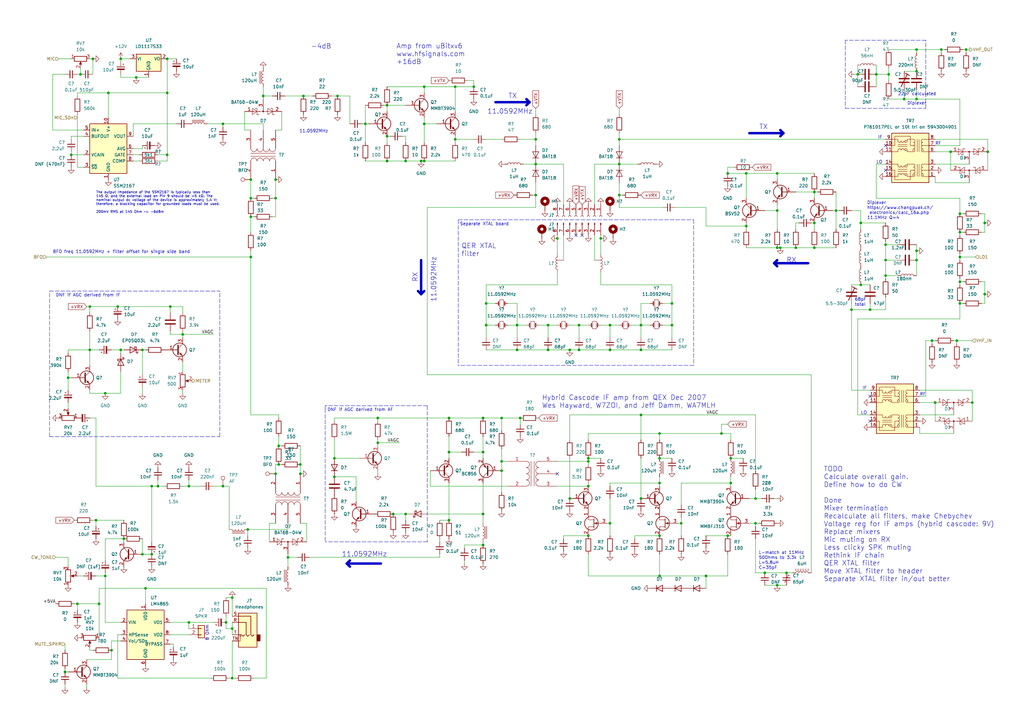
<source format=kicad_sch>
(kicad_sch (version 20211123) (generator eeschema)

  (uuid 0e592cd4-1950-44ef-9727-8e526f4c4e12)

  (paper "A3")

  (title_block
    (title "DART-70 TRX")
    (date "2023-01-22")
    (rev "0")
    (company "HB9EGM")
    (comment 1 "A 4m Band SSB/CW Transceiver")
  )

  

  (junction (at 68.58 24.13) (diameter 0) (color 0 0 0 0)
    (uuid 007433ed-6d80-48ba-9527-0a8470b6050a)
  )
  (junction (at 186.69 57.15) (diameter 0) (color 0 0 0 0)
    (uuid 0079a40d-5664-4eb5-a4a1-35e197c9e578)
  )
  (junction (at 172.72 66.04) (diameter 0) (color 0 0 0 0)
    (uuid 027f19f3-a3d5-4daa-a96e-c5d9a71c1df8)
  )
  (junction (at 158.75 55.88) (diameter 0) (color 0 0 0 0)
    (uuid 02d8bab6-e62a-43d8-ae0a-47eb8be52f66)
  )
  (junction (at 58.42 143.51) (diameter 0) (color 0 0 0 0)
    (uuid 059f4155-bed3-4fb2-9baa-d569f31b7e5d)
  )
  (junction (at 320.04 101.6) (diameter 0) (color 0 0 0 0)
    (uuid 076a6a07-11fa-4191-a538-035a47a6b026)
  )
  (junction (at 199.39 124.46) (diameter 0) (color 0 0 0 0)
    (uuid 08e3fbcd-b24c-43b5-a2a5-3ed606084464)
  )
  (junction (at 95.25 245.11) (diameter 0) (color 0 0 0 0)
    (uuid 0964d962-846f-4609-b657-83d8fae25141)
  )
  (junction (at 375.92 20.32) (diameter 0) (color 0 0 0 0)
    (uuid 0e0e432b-78ea-4677-9624-cfa175a66f05)
  )
  (junction (at 262.89 143.51) (diameter 0) (color 0 0 0 0)
    (uuid 0e565d2a-00bb-4f20-8e2e-0f824e8d2762)
  )
  (junction (at 356.87 127) (diameter 0) (color 0 0 0 0)
    (uuid 0e79f50c-6749-4775-a4f9-1113788b2e6b)
  )
  (junction (at 241.3 189.23) (diameter 0) (color 0 0 0 0)
    (uuid 0f8367d0-e4ea-40ae-8dac-4e16d60a532f)
  )
  (junction (at 298.45 71.12) (diameter 0) (color 0 0 0 0)
    (uuid 1012b60c-7995-4cf6-a029-e4cda1fc26a4)
  )
  (junction (at 318.77 240.03) (diameter 0) (color 0 0 0 0)
    (uuid 173f5655-a774-48b9-985b-3b9523888334)
  )
  (junction (at 39.37 213.36) (diameter 0) (color 0 0 0 0)
    (uuid 1761eacf-5516-4f80-af22-ca5c2f3d7629)
  )
  (junction (at 173.99 50.8) (diameter 0) (color 0 0 0 0)
    (uuid 17a2367e-a2ff-4b57-83ee-9ab25894ec97)
  )
  (junction (at 68.58 38.1) (diameter 0) (color 0 0 0 0)
    (uuid 18381db9-5d7f-4848-9a07-251ba865a202)
  )
  (junction (at 48.26 125.73) (diameter 0) (color 0 0 0 0)
    (uuid 1843d2c0-629c-44e7-8460-03ced60a2111)
  )
  (junction (at 334.01 101.6) (diameter 0) (color 0 0 0 0)
    (uuid 1938c685-27ac-44a9-aab4-2c6ed50b8ec7)
  )
  (junction (at 295.91 177.8) (diameter 0) (color 0 0 0 0)
    (uuid 1a164a1f-45a6-43b7-9b64-349463c23d37)
  )
  (junction (at 166.37 210.82) (diameter 0) (color 0 0 0 0)
    (uuid 1c038126-c738-4381-b698-5c33c4341ae8)
  )
  (junction (at 262.89 204.47) (diameter 0) (color 0 0 0 0)
    (uuid 1de51305-582b-4628-8092-75c3cf54eea0)
  )
  (junction (at 113.03 194.31) (diameter 0) (color 0 0 0 0)
    (uuid 1e5b8adc-bfe4-4d62-8fbb-b09ad198c5b6)
  )
  (junction (at 233.68 143.51) (diameter 0) (color 0 0 0 0)
    (uuid 210630ed-a720-499f-8ec9-3630627e1e05)
  )
  (junction (at 194.31 35.56) (diameter 0) (color 0 0 0 0)
    (uuid 222d63d3-68ff-4a04-b7c3-6efd5c4ab9e1)
  )
  (junction (at 389.89 62.23) (diameter 0) (color 0 0 0 0)
    (uuid 223b72c8-191b-4d26-8e73-2beb56cb0a2b)
  )
  (junction (at 298.45 219.71) (diameter 0) (color 0 0 0 0)
    (uuid 22f086a0-4e36-4832-8e1e-3bdb65f5c3f2)
  )
  (junction (at 212.09 143.51) (diameter 0) (color 0 0 0 0)
    (uuid 24fd922c-d488-4d61-b6dc-9d3e359ccc82)
  )
  (junction (at 299.72 187.96) (diameter 0) (color 0 0 0 0)
    (uuid 2583e10f-d237-4b6a-a35d-cff26f964496)
  )
  (junction (at 44.45 38.1) (diameter 0) (color 0 0 0 0)
    (uuid 2792ed93-89db-4e51-99ff-281323e776eb)
  )
  (junction (at 43.18 161.29) (diameter 0) (color 0 0 0 0)
    (uuid 2ac61f93-ebdb-4844-a9b1-76718596cd8a)
  )
  (junction (at 158.75 43.18) (diameter 0) (color 0 0 0 0)
    (uuid 2cd3680a-9e9d-4c97-9125-39c64a75e644)
  )
  (junction (at 270.51 198.12) (diameter 0) (color 0 0 0 0)
    (uuid 2d264e2f-7e31-4a17-86c5-13a68ab3ff7e)
  )
  (junction (at 363.22 106.68) (diameter 0) (color 0 0 0 0)
    (uuid 2fd14c3b-7e81-4330-b4b6-7d3b5d88fd5c)
  )
  (junction (at 393.7 115.57) (diameter 0) (color 0 0 0 0)
    (uuid 2fdc7923-56aa-4f0e-b559-e1b2e79c3c8f)
  )
  (junction (at 322.58 234.95) (diameter 0) (color 0 0 0 0)
    (uuid 3083cab8-f38e-44e4-ad6a-7ad5bf540d1f)
  )
  (junction (at 114.3 190.5) (diameter 0) (color 0 0 0 0)
    (uuid 30a877c2-a2d2-45b6-a8fa-8c4567fd5621)
  )
  (junction (at 382.27 139.7) (diameter 0) (color 0 0 0 0)
    (uuid 30dc039a-a902-4295-a2ea-7a00c6153126)
  )
  (junction (at 318.77 71.12) (diameter 0) (color 0 0 0 0)
    (uuid 315201dd-7991-408a-b65b-aa397fb29cdd)
  )
  (junction (at 38.1 24.13) (diameter 0) (color 0 0 0 0)
    (uuid 335263d3-7e35-4a9c-83c2-cd71d45f0688)
  )
  (junction (at 383.54 165.1) (diameter 0) (color 0 0 0 0)
    (uuid 3365c11b-b4a5-418d-85ee-41028926f18a)
  )
  (junction (at 351.79 30.48) (diameter 0) (color 0 0 0 0)
    (uuid 3b4c9779-bcad-4732-8142-8c3ab8d0419f)
  )
  (junction (at 173.99 35.56) (diameter 0) (color 0 0 0 0)
    (uuid 3bd6009a-f48b-4c66-92de-4d24549b4c7d)
  )
  (junction (at 161.29 210.82) (diameter 0) (color 0 0 0 0)
    (uuid 3bf0f30a-4c02-4011-9e56-5268cd9a18bc)
  )
  (junction (at 198.12 171.45) (diameter 0) (color 0 0 0 0)
    (uuid 3e9deac2-8e86-484c-b76a-a334d0715f66)
  )
  (junction (at 403.86 120.65) (diameter 0) (color 0 0 0 0)
    (uuid 3f6ba890-8616-4e68-b9d0-3d4eacc2e5c7)
  )
  (junction (at 375.92 106.68) (diameter 0) (color 0 0 0 0)
    (uuid 3fcecab3-b47b-4a8c-9fb9-b323af94bc6b)
  )
  (junction (at 173.99 66.04) (diameter 0) (color 0 0 0 0)
    (uuid 43c88063-044a-47b7-b010-f3fb76152eec)
  )
  (junction (at 375.92 102.87) (diameter 0) (color 0 0 0 0)
    (uuid 446196fa-4af3-4fe1-9348-f02489c61276)
  )
  (junction (at 199.39 133.35) (diameter 0) (color 0 0 0 0)
    (uuid 460147d8-e4b6-4910-88e9-07d1ddd6c2df)
  )
  (junction (at 219.71 57.15) (diameter 0) (color 0 0 0 0)
    (uuid 485f8372-6f58-431e-9419-bfc90ad67732)
  )
  (junction (at 364.49 30.48) (diameter 0) (color 0 0 0 0)
    (uuid 4b3ba67b-606d-4750-abb9-54a01fd7bc1a)
  )
  (junction (at 212.09 133.35) (diameter 0) (color 0 0 0 0)
    (uuid 4b982f8b-ca29-4ebf-88fc-8a50b24e0802)
  )
  (junction (at 359.41 30.48) (diameter 0) (color 0 0 0 0)
    (uuid 4bcbab50-174d-4a4b-8660-c13a99f4d953)
  )
  (junction (at 375.92 29.21) (diameter 0) (color 0 0 0 0)
    (uuid 4dbafe87-53e2-4b1b-b9d1-f029995a0c51)
  )
  (junction (at 91.44 50.8) (diameter 0) (color 0 0 0 0)
    (uuid 4f100da6-d6f9-4b77-90f1-fda986c2ed73)
  )
  (junction (at 113.03 81.28) (diameter 0) (color 0 0 0 0)
    (uuid 4f661a6f-98d8-4461-9401-113364b1e3a8)
  )
  (junction (at 184.15 213.36) (diameter 0) (color 0 0 0 0)
    (uuid 510aabe6-d19e-45d2-9ee4-74f6d2e6df89)
  )
  (junction (at 393.7 87.63) (diameter 0) (color 0 0 0 0)
    (uuid 56e3e10b-0165-4e27-9816-f40b5bb7e426)
  )
  (junction (at 45.72 266.7) (diameter 0) (color 0 0 0 0)
    (uuid 583a623a-9287-46cf-a94a-71ec7c67c85f)
  )
  (junction (at 275.59 133.35) (diameter 0) (color 0 0 0 0)
    (uuid 5c4341e3-29f4-4014-ad6b-9b4cb50156a6)
  )
  (junction (at 246.38 97.79) (diameter 0) (color 0 0 0 0)
    (uuid 5d58706a-c013-405c-9112-847886006796)
  )
  (junction (at 262.89 133.35) (diameter 0) (color 0 0 0 0)
    (uuid 5dbda758-e74b-4ccf-ad68-495d537d68ba)
  )
  (junction (at 275.59 124.46) (diameter 0) (color 0 0 0 0)
    (uuid 5fc44bfc-3a32-42f5-89ff-303d655beeb1)
  )
  (junction (at 198.12 223.52) (diameter 0) (color 0 0 0 0)
    (uuid 611c0051-64b3-4ff6-b51a-6ea814324060)
  )
  (junction (at 69.85 125.73) (diameter 0) (color 0 0 0 0)
    (uuid 62ed984b-c070-4de1-bd86-30aeb09fb9cd)
  )
  (junction (at 326.39 101.6) (diameter 0) (color 0 0 0 0)
    (uuid 6333a58f-0905-40bf-8806-a9405483f292)
  )
  (junction (at 138.43 39.37) (diameter 0) (color 0 0 0 0)
    (uuid 67d87795-1d4f-4f21-9afa-f7da30e8b867)
  )
  (junction (at 342.9 86.36) (diameter 0) (color 0 0 0 0)
    (uuid 6bdd7ca9-a767-4e33-bf37-498b319fce63)
  )
  (junction (at 102.87 88.9) (diameter 0) (color 0 0 0 0)
    (uuid 6e61ed05-4ce2-4d6e-b300-e8935e213361)
  )
  (junction (at 62.23 227.33) (diameter 0) (color 0 0 0 0)
    (uuid 707b1436-6255-4e74-ac3c-e365f258d4c7)
  )
  (junction (at 270.51 236.22) (diameter 0) (color 0 0 0 0)
    (uuid 711716b4-cb3c-40a8-915f-7a9cd1c1a345)
  )
  (junction (at 306.07 92.71) (diameter 0) (color 0 0 0 0)
    (uuid 71548298-edf3-48ed-bda9-4f920bb3ffda)
  )
  (junction (at 334.01 91.44) (diameter 0) (color 0 0 0 0)
    (uuid 7203aae8-7ab5-4754-be1f-92fd79bf7883)
  )
  (junction (at 254 57.15) (diameter 0) (color 0 0 0 0)
    (uuid 782fd8fa-9fb0-44b6-bdfd-23367a676327)
  )
  (junction (at 299.72 198.12) (diameter 0) (color 0 0 0 0)
    (uuid 79aa4561-3272-488a-aacc-d24a783bf3fa)
  )
  (junction (at 393.7 105.41) (diameter 0) (color 0 0 0 0)
    (uuid 88658da7-484b-4fb1-bd87-cf0fe9fbbc98)
  )
  (junction (at 318.77 86.36) (diameter 0) (color 0 0 0 0)
    (uuid 897a30bd-82ab-4191-9e1c-88c95eb420c0)
  )
  (junction (at 205.74 171.45) (diameter 0) (color 0 0 0 0)
    (uuid 89924c9d-894c-4783-bb98-91fe4fffc426)
  )
  (junction (at 363.22 100.33) (diameter 0) (color 0 0 0 0)
    (uuid 89a0992d-b4b4-4a98-9018-0c3e3ac7c4ed)
  )
  (junction (at 403.86 91.44) (diameter 0) (color 0 0 0 0)
    (uuid 8a030abd-885a-4b15-b74a-b44dc2b6c7d7)
  )
  (junction (at 334.01 78.74) (diameter 0) (color 0 0 0 0)
    (uuid 8cad30c6-cd21-4b04-8aa8-5dfd9876668a)
  )
  (junction (at 370.84 40.64) (diameter 0) (color 0 0 0 0)
    (uuid 8d45f61e-b48a-4d9a-9705-81179d1cee29)
  )
  (junction (at 92.71 255.27) (diameter 0) (color 0 0 0 0)
    (uuid 8d612602-5cc8-45dd-a943-2a29be4b9ede)
  )
  (junction (at 102.87 81.28) (diameter 0) (color 0 0 0 0)
    (uuid 8edc9989-feda-4190-96e8-8ba0ca953891)
  )
  (junction (at 43.18 236.22) (diameter 0) (color 0 0 0 0)
    (uuid 8f57152a-781e-4e8e-b36c-e81f9a864e3b)
  )
  (junction (at 49.53 24.13) (diameter 0) (color 0 0 0 0)
    (uuid 8fd35ceb-d608-4169-ae56-e892681304a9)
  )
  (junction (at 250.19 214.63) (diameter 0) (color 0 0 0 0)
    (uuid 91049a94-ccf8-463e-ab05-8a76a56be653)
  )
  (junction (at 309.88 214.63) (diameter 0) (color 0 0 0 0)
    (uuid 9134413a-edf3-40ce-9ec2-93a536746842)
  )
  (junction (at 205.74 189.23) (diameter 0) (color 0 0 0 0)
    (uuid 94a7e072-a853-4895-a974-0e863ac9edc2)
  )
  (junction (at 113.03 73.66) (diameter 0) (color 0 0 0 0)
    (uuid 9501ad82-8c5c-4bd6-a4e5-d738b7099508)
  )
  (junction (at 224.79 133.35) (diameter 0) (color 0 0 0 0)
    (uuid 9666bb6a-0c1d-4c92-be6d-94a465ec5c51)
  )
  (junction (at 64.77 199.39) (diameter 0) (color 0 0 0 0)
    (uuid 97e09b83-0572-4634-8ce7-0a86f1339fd8)
  )
  (junction (at 107.95 39.37) (diameter 0) (color 0 0 0 0)
    (uuid 983034d1-18ea-4dac-8753-9630cc5e0592)
  )
  (junction (at 386.08 20.32) (diameter 0) (color 0 0 0 0)
    (uuid 9873db56-1f37-4fe2-98ad-60e4c87af40c)
  )
  (junction (at 95.25 257.81) (diameter 0) (color 0 0 0 0)
    (uuid 98a1742d-cc82-4a66-87b4-845a0462a9e4)
  )
  (junction (at 270.51 177.8) (diameter 0) (color 0 0 0 0)
    (uuid 994aaeb0-a945-4297-8f22-64b15ec2470b)
  )
  (junction (at 254 80.01) (diameter 0) (color 0 0 0 0)
    (uuid 99c68e22-79ac-4df3-82ed-69d5274feb54)
  )
  (junction (at 363.22 113.03) (diameter 0) (color 0 0 0 0)
    (uuid 9a438e91-12f1-4003-9587-51635f0ae695)
  )
  (junction (at 219.71 80.01) (diameter 0) (color 0 0 0 0)
    (uuid 9cae7022-94ae-4784-b773-30ffde5822a7)
  )
  (junction (at 102.87 73.66) (diameter 0) (color 0 0 0 0)
    (uuid 9d0f1857-3b05-4e01-b461-94289f64ce4a)
  )
  (junction (at 123.19 194.31) (diameter 0) (color 0 0 0 0)
    (uuid 9d1032f1-04b7-4a45-a406-c5f306a5a4a3)
  )
  (junction (at 393.7 95.25) (diameter 0) (color 0 0 0 0)
    (uuid a4615cb6-40e1-4e6b-aa44-484a7357f4a4)
  )
  (junction (at 198.12 185.42) (diameter 0) (color 0 0 0 0)
    (uuid a4ec02e9-e140-4dcc-958f-47f7624526cb)
  )
  (junction (at 36.83 125.73) (diameter 0) (color 0 0 0 0)
    (uuid a65cad0c-0ef1-4ea5-a965-4eae7ac1f6af)
  )
  (junction (at 31.75 247.65) (diameter 0) (color 0 0 0 0)
    (uuid a69f72c8-ce0f-4293-bf44-c6832495c836)
  )
  (junction (at 77.47 199.39) (diameter 0) (color 0 0 0 0)
    (uuid a7cad282-51c3-4f24-be5e-311c2c5e959b)
  )
  (junction (at 26.67 275.59) (diameter 0) (color 0 0 0 0)
    (uuid a81b6768-8ab7-4398-923e-af4751f24292)
  )
  (junction (at 137.16 195.58) (diameter 0) (color 0 0 0 0)
    (uuid a8675aa5-24f4-4a65-9564-259800e24a61)
  )
  (junction (at 228.6 97.79) (diameter 0) (color 0 0 0 0)
    (uuid aa537d78-628c-458e-8a08-c2dae82aca82)
  )
  (junction (at 318.77 101.6) (diameter 0) (color 0 0 0 0)
    (uuid aad5fe2f-2964-4c2f-90b5-8ec10e02fb70)
  )
  (junction (at 158.75 66.04) (diameter 0) (color 0 0 0 0)
    (uuid ab5a5163-9113-4726-bc7a-7e25f5bcb137)
  )
  (junction (at 27.94 154.94) (diameter 0) (color 0 0 0 0)
    (uuid ac0e5582-f44c-4bc2-8ae7-2c3f1115fb00)
  )
  (junction (at 33.02 30.48) (diameter 0) (color 0 0 0 0)
    (uuid ad2d033c-4040-4813-b5da-82cf827f9d86)
  )
  (junction (at 237.49 133.35) (diameter 0) (color 0 0 0 0)
    (uuid ad485fa9-ca4c-467a-b6d9-302ae2ec4eaa)
  )
  (junction (at 91.44 199.39) (diameter 0) (color 0 0 0 0)
    (uuid ae4c18cc-90ed-4d31-b27a-ee22bf49a14e)
  )
  (junction (at 237.49 143.51) (diameter 0) (color 0 0 0 0)
    (uuid aed41e50-066a-4d5d-9b35-33c86a58f817)
  )
  (junction (at 309.88 204.47) (diameter 0) (color 0 0 0 0)
    (uuid b046cbfe-7bd9-4ac8-9c60-a84b90a07076)
  )
  (junction (at 198.12 210.82) (diameter 0) (color 0 0 0 0)
    (uuid b0bd599f-5320-4de4-9844-b1248597f45d)
  )
  (junction (at 59.69 241.3) (diameter 0) (color 0 0 0 0)
    (uuid b2c93e47-1b35-4bce-b217-c95c59af9fea)
  )
  (junction (at 102.87 105.41) (diameter 0) (color 0 0 0 0)
    (uuid b2fc5a98-a9c8-4ffb-bf05-9a95788a6f6e)
  )
  (junction (at 154.94 181.61) (diameter 0) (color 0 0 0 0)
    (uuid b52e2ac1-1ad4-4299-a3b7-5950aeda9b09)
  )
  (junction (at 219.71 67.31) (diameter 0) (color 0 0 0 0)
    (uuid b55942a4-2e67-4c91-a2e2-17d287af1b39)
  )
  (junction (at 58.42 227.33) (diameter 0) (color 0 0 0 0)
    (uuid b67c5032-3958-4f67-8cff-2bc749aa2559)
  )
  (junction (at 68.58 63.5) (diameter 0) (color 0 0 0 0)
    (uuid b6a3e709-356a-4a55-ac00-07ba73afac37)
  )
  (junction (at 313.69 234.95) (diameter 0) (color 0 0 0 0)
    (uuid b7b0b83f-2dad-41a6-8e3b-dd0617021680)
  )
  (junction (at 233.68 204.47) (diameter 0) (color 0 0 0 0)
    (uuid bb8fc86a-138e-468d-a6f3-4d425bea2798)
  )
  (junction (at 241.3 199.39) (diameter 0) (color 0 0 0 0)
    (uuid bcb7b50e-e30b-4748-9ad3-15fd19268fd8)
  )
  (junction (at 270.51 187.96) (diameter 0) (color 0 0 0 0)
    (uuid bdd38f4a-d1f5-49ea-86a0-7074369f7406)
  )
  (junction (at 40.64 247.65) (diameter 0) (color 0 0 0 0)
    (uuid beaa9122-a0f4-4e99-96b3-048878d69672)
  )
  (junction (at 101.6 217.17) (diameter 0) (color 0 0 0 0)
    (uuid bf1cf86a-4cef-455a-b67c-093dbb9970e5)
  )
  (junction (at 95.25 278.13) (diameter 0) (color 0 0 0 0)
    (uuid bff74fb8-2e53-4140-9d30-8bb9b336dda4)
  )
  (junction (at 50.8 220.98) (diameter 0) (color 0 0 0 0)
    (uuid c07980be-125c-4459-be81-f2b8371f5ae2)
  )
  (junction (at 205.74 193.04) (diameter 0) (color 0 0 0 0)
    (uuid c41a688f-80a3-4252-bb37-134631846db3)
  )
  (junction (at 250.19 143.51) (diameter 0) (color 0 0 0 0)
    (uuid c8816f2b-d043-4f02-8988-815e5e7435ee)
  )
  (junction (at 118.11 228.6) (diameter 0) (color 0 0 0 0)
    (uuid c8c4fbfe-4e9c-445d-882a-7f1bac80adc8)
  )
  (junction (at 250.19 133.35) (diameter 0) (color 0 0 0 0)
    (uuid ca2ddb3d-eff7-4148-ac57-d5c14ba8be31)
  )
  (junction (at 55.88 31.75) (diameter 0) (color 0 0 0 0)
    (uuid ca3e4813-ee52-41fc-be54-f33d5d572e76)
  )
  (junction (at 393.7 124.46) (diameter 0) (color 0 0 0 0)
    (uuid ca5a4e59-a0d9-41f3-a4f9-8e9003dc636c)
  )
  (junction (at 241.3 187.96) (diameter 0) (color 0 0 0 0)
    (uuid cf4a7a0f-4b62-4a14-8810-1f9be9bb8bca)
  )
  (junction (at 375.92 40.64) (diameter 0) (color 0 0 0 0)
    (uuid cfd26f0b-c959-40e8-8a7e-48204bb5c64f)
  )
  (junction (at 224.79 143.51) (diameter 0) (color 0 0 0 0)
    (uuid d3e01bdf-5c14-407f-80a1-1d934fc04fab)
  )
  (junction (at 149.86 50.8) (diameter 0) (color 0 0 0 0)
    (uuid d46cfddd-ae59-45a8-a05e-501b77d91351)
  )
  (junction (at 124.46 39.37) (diameter 0) (color 0 0 0 0)
    (uuid d47b6e93-2883-4b61-9107-b49e482eb126)
  )
  (junction (at 270.51 219.71) (diameter 0) (color 0 0 0 0)
    (uuid d5fa5081-044e-4305-8f5d-d2a56bf86d29)
  )
  (junction (at 77.47 255.27) (diameter 0) (color 0 0 0 0)
    (uuid d6fda246-3399-48cd-8a06-99bbdf8c75e4)
  )
  (junction (at 241.3 219.71) (diameter 0) (color 0 0 0 0)
    (uuid d703d54e-2823-4563-98c8-59d8b8b54fec)
  )
  (junction (at 166.37 66.04) (diameter 0) (color 0 0 0 0)
    (uuid d774c163-0e71-4e59-99e8-33a6c910c00d)
  )
  (junction (at 62.23 199.39) (diameter 0) (color 0 0 0 0)
    (uuid d7d4c350-2318-4a09-b921-0a78963f6666)
  )
  (junction (at 254 67.31) (diameter 0) (color 0 0 0 0)
    (uuid d964cb21-9482-4b14-9981-964030a476a5)
  )
  (junction (at 405.13 62.23) (diameter 0) (color 0 0 0 0)
    (uuid daa9b5c5-21a2-4482-b81a-69bb9f749fb7)
  )
  (junction (at 186.69 35.56) (diameter 0) (color 0 0 0 0)
    (uuid dcdfeb28-863e-4a43-ad64-f6e45863b4d7)
  )
  (junction (at 213.36 171.45) (diameter 0) (color 0 0 0 0)
    (uuid ddaaa428-40ee-45ee-a789-6961e25a11bb)
  )
  (junction (at 392.43 139.7) (diameter 0) (color 0 0 0 0)
    (uuid de1eb50d-ef90-4d0d-a112-fc865a422b99)
  )
  (junction (at 289.56 236.22) (diameter 0) (color 0 0 0 0)
    (uuid df231e82-dc0c-49c1-a01b-d2be84591ff3)
  )
  (junction (at 396.24 20.32) (diameter 0) (color 0 0 0 0)
    (uuid e2d27bd1-d4c5-4321-a13b-160cb2d6015d)
  )
  (junction (at 49.53 143.51) (diameter 0) (color 0 0 0 0)
    (uuid e3903eeb-8b72-4b40-a088-cbbba270c01b)
  )
  (junction (at 184.15 171.45) (diameter 0) (color 0 0 0 0)
    (uuid e68e2295-e5ad-41e7-931d-7bf2c40e2981)
  )
  (junction (at 279.4 214.63) (diameter 0) (color 0 0 0 0)
    (uuid e736b041-4756-4726-980f-1b93cf00a2ad)
  )
  (junction (at 74.93 137.16) (diameter 0) (color 0 0 0 0)
    (uuid e8558fbd-ea42-43a6-966a-7bd304bdfaad)
  )
  (junction (at 353.06 91.44) (diameter 0) (color 0 0 0 0)
    (uuid e8822f44-e7ca-47f3-a9bc-951244c889e7)
  )
  (junction (at 36.83 143.51) (diameter 0) (color 0 0 0 0)
    (uuid eac540a2-0555-4530-b9cb-9b037a65c0a7)
  )
  (junction (at 114.3 182.88) (diameter 0) (color 0 0 0 0)
    (uuid eb3c65f0-3082-4c13-98c1-cac8dc7eccac)
  )
  (junction (at 137.16 187.96) (diameter 0) (color 0 0 0 0)
    (uuid ecba702e-9fb5-4bd7-9b08-5197492ec54b)
  )
  (junction (at 349.25 127) (diameter 0) (color 0 0 0 0)
    (uuid ef4c798c-4721-49f1-8016-e362a6672715)
  )
  (junction (at 398.78 165.1) (diameter 0) (color 0 0 0 0)
    (uuid efac21da-3f93-4ae4-bab8-dbdec293c35e)
  )
  (junction (at 306.07 71.12) (diameter 0) (color 0 0 0 0)
    (uuid f02e930f-fe1a-4921-a9df-ee330f41d2bd)
  )
  (junction (at 154.94 171.45) (diameter 0) (color 0 0 0 0)
    (uuid f1a9e2a2-6347-4852-b335-cf8402c433a4)
  )
  (junction (at 353.06 116.84) (diameter 0) (color 0 0 0 0)
    (uuid f22dadd7-4a1b-4449-b981-cbbeced9fbc5)
  )
  (junction (at 184.15 185.42) (diameter 0) (color 0 0 0 0)
    (uuid fb5d1a59-18d1-49ea-b504-10e76cce8897)
  )
  (junction (at 123.19 190.5) (diameter 0) (color 0 0 0 0)
    (uuid fbe71f6a-7e5a-41f1-9e6e-b2e94d49a3bc)
  )
  (junction (at 29.21 63.5) (diameter 0) (color 0 0 0 0)
    (uuid fe2b05f5-675b-44d0-956c-c5829b7c692a)
  )
  (junction (at 262.89 170.18) (diameter 0) (color 0 0 0 0)
    (uuid fe2ce942-d4c5-4b3f-a09e-cda9276450f6)
  )

  (no_connect (at 356.87 172.72) (uuid 112718f1-f222-4c50-a4f0-a42dabd066b7))
  (no_connect (at 236.22 96.52) (uuid 2b99a1e6-5f67-436f-9ed5-38e8bfd4c142))
  (no_connect (at 363.22 69.85) (uuid 36cd8509-4b06-4001-aa2f-00b548cb4477))
  (no_connect (at 363.22 59.69) (uuid 6226f2ac-b9bf-4733-a388-cd49aa6934ae))
  (no_connect (at 356.87 162.56) (uuid 69a2fbd1-0689-4722-b099-d7d4b3a2c805))
  (no_connect (at 228.6 194.31) (uuid afdb3662-3196-4d9d-b0e8-7f416bb5cd4f))
  (no_connect (at 238.76 96.52) (uuid ee08a6c2-528a-478b-9089-08fe9a37ec7e))

  (wire (pts (xy 403.86 87.63) (xy 403.86 91.44))
    (stroke (width 0) (type default) (color 0 0 0 0))
    (uuid 006436ec-9ab2-4589-83be-4667e52db3bf)
  )
  (wire (pts (xy 205.74 171.45) (xy 205.74 176.53))
    (stroke (width 0) (type default) (color 0 0 0 0))
    (uuid 00c27d59-c437-4bee-9cde-cbd48a34e31b)
  )
  (wire (pts (xy 318.77 83.82) (xy 318.77 86.36))
    (stroke (width 0) (type default) (color 0 0 0 0))
    (uuid 00cf6024-5820-4cff-8981-5be2b438caf3)
  )
  (wire (pts (xy 87.63 199.39) (xy 91.44 199.39))
    (stroke (width 0) (type default) (color 0 0 0 0))
    (uuid 0113fe75-9787-49bd-865f-03242ce2a366)
  )
  (wire (pts (xy 219.71 57.15) (xy 219.71 54.61))
    (stroke (width 0) (type default) (color 0 0 0 0))
    (uuid 0125f083-fa2b-4a11-85be-7853b609b001)
  )
  (wire (pts (xy 359.41 30.48) (xy 359.41 35.56))
    (stroke (width 0) (type default) (color 0 0 0 0))
    (uuid 01c67c04-8ed4-481b-b382-ac69e0a55001)
  )
  (wire (pts (xy 68.58 66.04) (xy 64.77 66.04))
    (stroke (width 0) (type default) (color 0 0 0 0))
    (uuid 01caafb3-af8a-4642-870c-c290b286d040)
  )
  (wire (pts (xy 219.71 74.93) (xy 219.71 80.01))
    (stroke (width 0) (type default) (color 0 0 0 0))
    (uuid 01cceb30-c85f-4510-b324-8d17341fc730)
  )
  (wire (pts (xy 166.37 43.18) (xy 158.75 43.18))
    (stroke (width 0) (type default) (color 0 0 0 0))
    (uuid 01f0181c-303d-46c7-ba34-20eee1c48cd1)
  )
  (wire (pts (xy 173.99 50.8) (xy 179.07 50.8))
    (stroke (width 0) (type default) (color 0 0 0 0))
    (uuid 0222c276-ce98-44cf-9ac7-d0d00163570d)
  )
  (wire (pts (xy 190.5 231.14) (xy 190.5 229.87))
    (stroke (width 0) (type default) (color 0 0 0 0))
    (uuid 027fc545-8a42-4646-8424-467711418116)
  )
  (wire (pts (xy 114.3 170.18) (xy 114.3 171.45))
    (stroke (width 0) (type default) (color 0 0 0 0))
    (uuid 0332aa97-cadc-4e7a-b8af-ca59e255597d)
  )
  (wire (pts (xy 173.99 66.04) (xy 186.69 66.04))
    (stroke (width 0) (type default) (color 0 0 0 0))
    (uuid 035d062f-f875-4853-8ca1-a348c3967bb1)
  )
  (wire (pts (xy 113.03 214.63) (xy 110.49 214.63))
    (stroke (width 0) (type default) (color 0 0 0 0))
    (uuid 03b7756f-0559-43eb-b24d-3aefa5a15899)
  )
  (wire (pts (xy 394.97 20.32) (xy 396.24 20.32))
    (stroke (width 0) (type default) (color 0 0 0 0))
    (uuid 03ce6745-00b2-4d2b-bad7-eb9745172859)
  )
  (wire (pts (xy 166.37 210.82) (xy 161.29 210.82))
    (stroke (width 0) (type default) (color 0 0 0 0))
    (uuid 03dd13e2-d89f-47ed-8a2f-ce75e7a97ef3)
  )
  (wire (pts (xy 262.89 133.35) (xy 266.7 133.35))
    (stroke (width 0) (type default) (color 0 0 0 0))
    (uuid 042fe62b-53aa-4e86-97d0-9ccb1e16a895)
  )
  (wire (pts (xy 379.73 139.7) (xy 382.27 139.7))
    (stroke (width 0) (type default) (color 0 0 0 0))
    (uuid 0437af13-5b81-4e18-82d5-0ec28c5d895f)
  )
  (wire (pts (xy 383.54 74.93) (xy 383.54 72.39))
    (stroke (width 0) (type default) (color 0 0 0 0))
    (uuid 047a18ce-9e77-4d7d-a9ce-60b21f671177)
  )
  (wire (pts (xy 31.75 68.58) (xy 34.29 68.58))
    (stroke (width 0) (type default) (color 0 0 0 0))
    (uuid 04868f85-bc69-4fa9-8e62-d78ffe5ae58e)
  )
  (wire (pts (xy 38.1 266.7) (xy 36.83 266.7))
    (stroke (width 0) (type default) (color 0 0 0 0))
    (uuid 049bc167-7861-4f83-a9e9-3c707dd00017)
  )
  (wire (pts (xy 396.24 20.32) (xy 397.51 20.32))
    (stroke (width 0) (type default) (color 0 0 0 0))
    (uuid 04ef368b-f4e9-48da-956c-ee93cb3d01e8)
  )
  (wire (pts (xy 363.22 106.68) (xy 363.22 113.03))
    (stroke (width 0) (type default) (color 0 0 0 0))
    (uuid 05ddadd4-94df-4d6a-b500-ff320675ba33)
  )
  (wire (pts (xy 241.3 227.33) (xy 241.3 236.22))
    (stroke (width 0) (type default) (color 0 0 0 0))
    (uuid 066671d9-1fdf-4a05-a7e7-cadb7d44b89f)
  )
  (wire (pts (xy 356.87 124.46) (xy 356.87 127))
    (stroke (width 0) (type default) (color 0 0 0 0))
    (uuid 06fedb5b-65dd-4aa0-9e2d-b04e5a505f26)
  )
  (wire (pts (xy 208.28 124.46) (xy 212.09 124.46))
    (stroke (width 0) (type default) (color 0 0 0 0))
    (uuid 082d865b-0a4e-49c3-b18b-be47fd4a465a)
  )
  (wire (pts (xy 382.27 139.7) (xy 383.54 139.7))
    (stroke (width 0) (type default) (color 0 0 0 0))
    (uuid 0830aef1-c986-42f8-ba6a-a3fcacbf0210)
  )
  (wire (pts (xy 309.88 234.95) (xy 309.88 220.98))
    (stroke (width 0) (type default) (color 0 0 0 0))
    (uuid 08c8f1b4-737d-438b-967e-a77cce3833c0)
  )
  (wire (pts (xy 58.42 143.51) (xy 58.42 153.67))
    (stroke (width 0) (type default) (color 0 0 0 0))
    (uuid 09321bf4-1ea1-49b5-b1f9-ac29d6606a74)
  )
  (wire (pts (xy 173.99 35.56) (xy 186.69 35.56))
    (stroke (width 0) (type default) (color 0 0 0 0))
    (uuid 0943dfff-08fd-4176-a97a-8e271f47b148)
  )
  (wire (pts (xy 393.7 105.41) (xy 393.7 104.14))
    (stroke (width 0) (type default) (color 0 0 0 0))
    (uuid 09aa0d32-f4dc-42fd-a756-e1229737bd34)
  )
  (wire (pts (xy 289.56 236.22) (xy 289.56 241.3))
    (stroke (width 0) (type default) (color 0 0 0 0))
    (uuid 0a0c053c-54e0-4f14-b909-036d0c5fbf08)
  )
  (wire (pts (xy 158.75 43.18) (xy 158.75 45.72))
    (stroke (width 0) (type default) (color 0 0 0 0))
    (uuid 0a80373e-7854-41a7-8441-30fd81967887)
  )
  (wire (pts (xy 254 74.93) (xy 254 80.01))
    (stroke (width 0) (type default) (color 0 0 0 0))
    (uuid 0a9f993d-d83a-4cdc-bae3-0f40dd545220)
  )
  (wire (pts (xy 279.4 198.12) (xy 299.72 198.12))
    (stroke (width 0) (type default) (color 0 0 0 0))
    (uuid 0b5e9f79-a50b-4078-b2be-eff1d45ab7fc)
  )
  (wire (pts (xy 219.71 80.01) (xy 219.71 85.09))
    (stroke (width 0) (type default) (color 0 0 0 0))
    (uuid 0c3bb475-57a3-4465-801b-1823c9a733cc)
  )
  (wire (pts (xy 309.88 234.95) (xy 313.69 234.95))
    (stroke (width 0) (type default) (color 0 0 0 0))
    (uuid 0dc79dd3-c584-4173-b914-e6a8bcd18e45)
  )
  (wire (pts (xy 36.83 135.89) (xy 36.83 143.51))
    (stroke (width 0) (type default) (color 0 0 0 0))
    (uuid 0e1c6bbc-4cc4-4ce9-b48a-8292bb286da8)
  )
  (wire (pts (xy 246.38 97.79) (xy 246.38 96.52))
    (stroke (width 0) (type default) (color 0 0 0 0))
    (uuid 0f4b5c7f-79aa-4c46-b222-58e7e288b195)
  )
  (wire (pts (xy 33.02 27.94) (xy 33.02 30.48))
    (stroke (width 0) (type default) (color 0 0 0 0))
    (uuid 100847e3-630c-4c13-ba45-180e92370805)
  )
  (wire (pts (xy 318.77 71.12) (xy 318.77 73.66))
    (stroke (width 0) (type default) (color 0 0 0 0))
    (uuid 10ef0d40-b427-4fac-bff7-e8ca2d279fd2)
  )
  (wire (pts (xy 166.37 66.04) (xy 172.72 66.04))
    (stroke (width 0) (type default) (color 0 0 0 0))
    (uuid 11ac1ac8-72b6-43ed-915e-50f87561daf8)
  )
  (wire (pts (xy 107.95 50.8) (xy 91.44 50.8))
    (stroke (width 0) (type default) (color 0 0 0 0))
    (uuid 12340fb8-cd9c-4069-beec-13d4d2ea0d99)
  )
  (polyline (pts (xy 307.34 54.61) (xy 321.31 54.61))
    (stroke (width 1) (type solid) (color 0 0 0 0))
    (uuid 1281d63b-9c8c-4454-9b2d-0bbbc27e2ae7)
  )

  (wire (pts (xy 44.45 38.1) (xy 68.58 38.1))
    (stroke (width 0) (type default) (color 0 0 0 0))
    (uuid 12e17856-cd8c-41a8-bb2e-9faca10b0973)
  )
  (wire (pts (xy 393.7 130.81) (xy 351.79 130.81))
    (stroke (width 0) (type default) (color 0 0 0 0))
    (uuid 15352954-5a6d-4167-94e3-a8475b279783)
  )
  (wire (pts (xy 43.18 234.95) (xy 43.18 236.22))
    (stroke (width 0) (type default) (color 0 0 0 0))
    (uuid 15e1025c-faeb-49ff-aaa3-6ba9acaabd98)
  )
  (wire (pts (xy 137.16 172.72) (xy 137.16 171.45))
    (stroke (width 0) (type default) (color 0 0 0 0))
    (uuid 1606d99f-0508-4f2e-b63b-47e62c4312ee)
  )
  (wire (pts (xy 386.08 21.59) (xy 386.08 20.32))
    (stroke (width 0) (type default) (color 0 0 0 0))
    (uuid 16070e3c-2cc9-4d09-bef3-8ceccb63947e)
  )
  (wire (pts (xy 36.83 125.73) (xy 36.83 128.27))
    (stroke (width 0) (type default) (color 0 0 0 0))
    (uuid 16aa2316-1a67-45e5-b6c4-e59dd85814f4)
  )
  (wire (pts (xy 334.01 71.12) (xy 318.77 71.12))
    (stroke (width 0) (type default) (color 0 0 0 0))
    (uuid 16b8184d-4364-4664-b33c-1e355c0b0e6c)
  )
  (wire (pts (xy 298.45 68.58) (xy 298.45 71.12))
    (stroke (width 0) (type default) (color 0 0 0 0))
    (uuid 171c47c2-e63c-45a5-b02c-078b78214786)
  )
  (wire (pts (xy 115.57 182.88) (xy 114.3 182.88))
    (stroke (width 0) (type default) (color 0 0 0 0))
    (uuid 17c93850-5ebd-4f0d-b8eb-52bf14b01af4)
  )
  (wire (pts (xy 186.69 35.56) (xy 194.31 35.56))
    (stroke (width 0) (type default) (color 0 0 0 0))
    (uuid 18723066-b973-43bf-8bbf-4c210121a928)
  )
  (wire (pts (xy 334.01 78.74) (xy 334.01 81.28))
    (stroke (width 0) (type default) (color 0 0 0 0))
    (uuid 189610aa-2967-4418-8b8b-b36bdf6bc60b)
  )
  (wire (pts (xy 375.92 100.33) (xy 375.92 102.87))
    (stroke (width 0) (type default) (color 0 0 0 0))
    (uuid 19028db1-670b-4d84-9d20-5aa2f8585dd7)
  )
  (wire (pts (xy 342.9 101.6) (xy 334.01 101.6))
    (stroke (width 0) (type default) (color 0 0 0 0))
    (uuid 1966977a-39df-4890-91de-0e8ae767b0a0)
  )
  (wire (pts (xy 186.69 57.15) (xy 194.31 57.15))
    (stroke (width 0) (type default) (color 0 0 0 0))
    (uuid 19a56892-f9d5-4508-ab75-59721c555275)
  )
  (wire (pts (xy 26.67 281.94) (xy 26.67 280.67))
    (stroke (width 0) (type default) (color 0 0 0 0))
    (uuid 1a85ffd6-ef8b-418f-990e-456d1ffab00e)
  )
  (wire (pts (xy 326.39 101.6) (xy 320.04 101.6))
    (stroke (width 0) (type default) (color 0 0 0 0))
    (uuid 1a86e987-6d08-4b7a-b2e3-f89b9863e895)
  )
  (wire (pts (xy 146.05 195.58) (xy 146.05 205.74))
    (stroke (width 0) (type default) (color 0 0 0 0))
    (uuid 1a9613ab-fb34-4a02-8365-aadaa421dfaf)
  )
  (wire (pts (xy 27.94 143.51) (xy 36.83 143.51))
    (stroke (width 0) (type default) (color 0 0 0 0))
    (uuid 1a9f0d73-6986-450b-8da5-dca8d718cd0d)
  )
  (wire (pts (xy 375.92 20.32) (xy 386.08 20.32))
    (stroke (width 0) (type default) (color 0 0 0 0))
    (uuid 1b89864d-e042-4259-99ab-c96136a33a11)
  )
  (wire (pts (xy 359.41 67.31) (xy 359.41 81.28))
    (stroke (width 0) (type default) (color 0 0 0 0))
    (uuid 1c0378fb-8fa4-4942-8a64-86b9252ef636)
  )
  (wire (pts (xy 262.89 143.51) (xy 275.59 143.51))
    (stroke (width 0) (type default) (color 0 0 0 0))
    (uuid 1d8cbdb8-b0d5-4f06-84c8-05770b7e9555)
  )
  (wire (pts (xy 219.71 59.69) (xy 219.71 57.15))
    (stroke (width 0) (type default) (color 0 0 0 0))
    (uuid 1dbe419a-f71e-4ab5-9a49-e58e75747fdf)
  )
  (wire (pts (xy 118.11 217.17) (xy 101.6 217.17))
    (stroke (width 0) (type default) (color 0 0 0 0))
    (uuid 1dc9a7fa-415c-4243-97fb-46b0d627e89d)
  )
  (wire (pts (xy 137.16 171.45) (xy 154.94 171.45))
    (stroke (width 0) (type default) (color 0 0 0 0))
    (uuid 1ddbded3-4d65-49ba-8123-18c72e4b7f4a)
  )
  (wire (pts (xy 363.22 113.03) (xy 363.22 114.3))
    (stroke (width 0) (type default) (color 0 0 0 0))
    (uuid 1e2c0cdd-08a6-4586-b370-3ffc74205845)
  )
  (wire (pts (xy 158.75 66.04) (xy 166.37 66.04))
    (stroke (width 0) (type default) (color 0 0 0 0))
    (uuid 1f1052c4-d15a-450f-8bb0-3cc3f3592607)
  )
  (wire (pts (xy 250.19 204.47) (xy 250.19 214.63))
    (stroke (width 0) (type default) (color 0 0 0 0))
    (uuid 1f1c22b1-15a3-4e28-88a5-25ba2fbef197)
  )
  (wire (pts (xy 212.09 124.46) (xy 212.09 133.35))
    (stroke (width 0) (type default) (color 0 0 0 0))
    (uuid 1fd73780-e017-4e2c-9674-56cb6f09dc2d)
  )
  (wire (pts (xy 246.38 116.84) (xy 275.59 116.84))
    (stroke (width 0) (type default) (color 0 0 0 0))
    (uuid 2163a967-be2d-4344-a94d-f1b8da3dc3a3)
  )
  (wire (pts (xy 405.13 57.15) (xy 405.13 62.23))
    (stroke (width 0) (type default) (color 0 0 0 0))
    (uuid 2171e051-2b1c-4df3-9987-bb0d428437aa)
  )
  (wire (pts (xy 53.34 24.13) (xy 49.53 24.13))
    (stroke (width 0) (type default) (color 0 0 0 0))
    (uuid 219ed590-c887-4a37-b8cf-2c9225c6d07e)
  )
  (wire (pts (xy 69.85 135.89) (xy 69.85 137.16))
    (stroke (width 0) (type default) (color 0 0 0 0))
    (uuid 22591446-6d82-47ac-b525-9e9deb496c8c)
  )
  (wire (pts (xy 26.67 264.16) (xy 26.67 266.7))
    (stroke (width 0) (type default) (color 0 0 0 0))
    (uuid 226f524c-89b4-46ed-86fd-c8ea41059fd4)
  )
  (wire (pts (xy 137.16 180.34) (xy 137.16 187.96))
    (stroke (width 0) (type default) (color 0 0 0 0))
    (uuid 231e5ae4-1791-4485-9a32-a64456488009)
  )
  (wire (pts (xy 111.76 88.9) (xy 113.03 88.9))
    (stroke (width 0) (type default) (color 0 0 0 0))
    (uuid 233c88a4-9a5e-42af-96fb-5079a0c4ddfe)
  )
  (wire (pts (xy 241.3 189.23) (xy 241.3 187.96))
    (stroke (width 0) (type default) (color 0 0 0 0))
    (uuid 25347fbb-8744-4d15-9949-de9866144f81)
  )
  (wire (pts (xy 270.51 177.8) (xy 241.3 177.8))
    (stroke (width 0) (type default) (color 0 0 0 0))
    (uuid 2556849b-244d-40cf-86de-101d00a3273d)
  )
  (wire (pts (xy 275.59 187.96) (xy 270.51 187.96))
    (stroke (width 0) (type default) (color 0 0 0 0))
    (uuid 25b40549-5004-4a9f-8c83-45a4561f2c44)
  )
  (wire (pts (xy 39.37 213.36) (xy 50.8 213.36))
    (stroke (width 0) (type default) (color 0 0 0 0))
    (uuid 268a679e-e023-47f5-8a31-2516b1c23479)
  )
  (wire (pts (xy 295.91 173.99) (xy 295.91 177.8))
    (stroke (width 0) (type default) (color 0 0 0 0))
    (uuid 27937394-9bb7-48f6-a154-02c32eca1c67)
  )
  (wire (pts (xy 342.9 78.74) (xy 342.9 86.36))
    (stroke (width 0) (type default) (color 0 0 0 0))
    (uuid 2812f45e-ebd6-42bd-b5eb-ed95214eca8f)
  )
  (wire (pts (xy 198.12 198.12) (xy 198.12 210.82))
    (stroke (width 0) (type default) (color 0 0 0 0))
    (uuid 287f053d-d517-4f77-a833-8d255e7a9f3f)
  )
  (wire (pts (xy 31.75 247.65) (xy 40.64 247.65))
    (stroke (width 0) (type default) (color 0 0 0 0))
    (uuid 29b8b23a-e7ee-4dc9-92e7-c3cadb119379)
  )
  (wire (pts (xy 335.28 78.74) (xy 334.01 78.74))
    (stroke (width 0) (type default) (color 0 0 0 0))
    (uuid 2a3e52a2-02c1-4de1-bbee-f4f094c5cf5c)
  )
  (wire (pts (xy 205.74 189.23) (xy 205.74 193.04))
    (stroke (width 0) (type default) (color 0 0 0 0))
    (uuid 2a63233b-a7a2-4c59-82c8-58a12efecada)
  )
  (wire (pts (xy 250.19 214.63) (xy 248.92 214.63))
    (stroke (width 0) (type default) (color 0 0 0 0))
    (uuid 2afd810b-02fc-4ddc-b23c-b8689ad0ab1d)
  )
  (wire (pts (xy 34.29 55.88) (xy 29.21 55.88))
    (stroke (width 0) (type default) (color 0 0 0 0))
    (uuid 2b878984-ad62-40d5-87be-d30f465ae2b3)
  )
  (wire (pts (xy 74.93 152.4) (xy 74.93 148.59))
    (stroke (width 0) (type default) (color 0 0 0 0))
    (uuid 2b894b8a-c098-4d9d-be0f-2ef41dea274e)
  )
  (wire (pts (xy 266.7 124.46) (xy 262.89 124.46))
    (stroke (width 0) (type default) (color 0 0 0 0))
    (uuid 2ba6a5e2-be81-4fda-a558-a7c1489b8584)
  )
  (wire (pts (xy 228.6 97.79) (xy 228.6 104.14))
    (stroke (width 0) (type default) (color 0 0 0 0))
    (uuid 2bb91631-ebd1-41f4-8f02-7d20cea9a1ea)
  )
  (wire (pts (xy 118.11 228.6) (xy 118.11 227.33))
    (stroke (width 0) (type default) (color 0 0 0 0))
    (uuid 2bc9d2d9-93de-4c12-bc6b-86b8c29f0aa6)
  )
  (wire (pts (xy 349.25 160.02) (xy 349.25 127))
    (stroke (width 0) (type default) (color 0 0 0 0))
    (uuid 2dcb67f4-c872-4b2a-956a-523605159edb)
  )
  (wire (pts (xy 128.27 39.37) (xy 124.46 39.37))
    (stroke (width 0) (type default) (color 0 0 0 0))
    (uuid 2e63a8de-ed51-4777-8337-472b5b4f8240)
  )
  (wire (pts (xy 275.59 138.43) (xy 275.59 133.35))
    (stroke (width 0) (type default) (color 0 0 0 0))
    (uuid 2e6b1f7e-e4c3-43a1-ae90-c85aa40696d5)
  )
  (wire (pts (xy 259.08 133.35) (xy 262.89 133.35))
    (stroke (width 0) (type default) (color 0 0 0 0))
    (uuid 2ec9be40-1d5a-4e2d-8a4d-4be2d3c079d5)
  )
  (wire (pts (xy 353.06 86.36) (xy 353.06 91.44))
    (stroke (width 0) (type default) (color 0 0 0 0))
    (uuid 2f3f2305-6e67-4103-9727-21f03965c347)
  )
  (wire (pts (xy 214.63 67.31) (xy 219.71 67.31))
    (stroke (width 0) (type default) (color 0 0 0 0))
    (uuid 3026ca22-9079-411a-bec8-e95daa0137af)
  )
  (wire (pts (xy 125.73 214.63) (xy 123.19 214.63))
    (stroke (width 0) (type default) (color 0 0 0 0))
    (uuid 307b7b86-dfcd-43e5-adae-a42ec65f9c2c)
  )
  (wire (pts (xy 241.3 190.5) (xy 241.3 189.23))
    (stroke (width 0) (type default) (color 0 0 0 0))
    (uuid 31405bcc-b3b5-4799-beda-e88762b1ff65)
  )
  (wire (pts (xy 241.3 236.22) (xy 270.51 236.22))
    (stroke (width 0) (type default) (color 0 0 0 0))
    (uuid 314a73cd-4340-4691-9097-14e559730536)
  )
  (wire (pts (xy 233.68 170.18) (xy 233.68 180.34))
    (stroke (width 0) (type default) (color 0 0 0 0))
    (uuid 3276e29e-f986-4a1b-866c-9d3cbd2e5d3d)
  )
  (wire (pts (xy 186.69 45.72) (xy 186.69 35.56))
    (stroke (width 0) (type default) (color 0 0 0 0))
    (uuid 32d50c10-a20b-414f-afaf-7821cceaf33a)
  )
  (wire (pts (xy 26.67 274.32) (xy 26.67 275.59))
    (stroke (width 0) (type default) (color 0 0 0 0))
    (uuid 33891c62-a79f-4243-b776-6be292690ac3)
  )
  (wire (pts (xy 26.67 30.48) (xy 21.59 30.48))
    (stroke (width 0) (type default) (color 0 0 0 0))
    (uuid 33b48673-c959-4510-b6fa-fd3f7bdb00fd)
  )
  (wire (pts (xy 64.77 63.5) (xy 68.58 63.5))
    (stroke (width 0) (type default) (color 0 0 0 0))
    (uuid 33b6dbe8-d555-4f35-a63c-27c75fa09ca7)
  )
  (wire (pts (xy 118.11 214.63) (xy 118.11 217.17))
    (stroke (width 0) (type default) (color 0 0 0 0))
    (uuid 33b8f01e-acf2-48c5-adde-e838f3dfad6d)
  )
  (wire (pts (xy 172.72 66.04) (xy 173.99 66.04))
    (stroke (width 0) (type default) (color 0 0 0 0))
    (uuid 341e0f4b-92fa-44cf-9e72-3a5fc025563e)
  )
  (wire (pts (xy 377.19 177.8) (xy 377.19 175.26))
    (stroke (width 0) (type default) (color 0 0 0 0))
    (uuid 34971b89-a71c-4b1e-9611-7fffde0ef9c4)
  )
  (wire (pts (xy 212.09 138.43) (xy 212.09 133.35))
    (stroke (width 0) (type default) (color 0 0 0 0))
    (uuid 35343f32-90ff-4059-a108-111fb444c3d2)
  )
  (wire (pts (xy 394.97 124.46) (xy 393.7 124.46))
    (stroke (width 0) (type default) (color 0 0 0 0))
    (uuid 3586fadc-dfb0-445d-9e9e-609ee49ba8a3)
  )
  (wire (pts (xy 27.94 160.02) (xy 27.94 154.94))
    (stroke (width 0) (type default) (color 0 0 0 0))
    (uuid 35e60fa0-27cf-4d0e-8bab-b364400c08c0)
  )
  (wire (pts (xy 123.19 194.31) (xy 123.19 190.5))
    (stroke (width 0) (type default) (color 0 0 0 0))
    (uuid 362da67e-2cbf-4626-b5c1-6c5ba9fb75f9)
  )
  (wire (pts (xy 208.28 189.23) (xy 205.74 189.23))
    (stroke (width 0) (type default) (color 0 0 0 0))
    (uuid 364f7692-8fd2-4996-8f00-fec21fff2827)
  )
  (wire (pts (xy 275.59 133.35) (xy 271.78 133.35))
    (stroke (width 0) (type default) (color 0 0 0 0))
    (uuid 36696ac6-2db1-4b52-ae3d-9f3c89d2042f)
  )
  (wire (pts (xy 332.74 153.67) (xy 175.26 153.67))
    (stroke (width 0) (type default) (color 0 0 0 0))
    (uuid 369c2242-d22f-4370-b888-6adc5e444aec)
  )
  (wire (pts (xy 43.18 220.98) (xy 50.8 220.98))
    (stroke (width 0) (type default) (color 0 0 0 0))
    (uuid 37776474-3e55-452d-b61d-56f6c437c0b7)
  )
  (wire (pts (xy 368.3 113.03) (xy 363.22 113.03))
    (stroke (width 0) (type default) (color 0 0 0 0))
    (uuid 37c4ff09-2526-492b-a9f8-7ea7ff67af23)
  )
  (wire (pts (xy 104.14 278.13) (xy 109.22 278.13))
    (stroke (width 0) (type default) (color 0 0 0 0))
    (uuid 37f9ff9e-4ac0-495a-8616-d843451c132e)
  )
  (polyline (pts (xy 20.32 179.07) (xy 20.32 119.38))
    (stroke (width 0) (type default) (color 0 0 0 0))
    (uuid 38a62d51-e863-4b0e-8f07-7e1cafdb4037)
  )

  (wire (pts (xy 45.72 266.7) (xy 45.72 270.51))
    (stroke (width 0) (type default) (color 0 0 0 0))
    (uuid 38adb82f-7c90-4f5f-b4d7-ca79b45cc898)
  )
  (wire (pts (xy 49.53 260.35) (xy 48.26 260.35))
    (stroke (width 0) (type default) (color 0 0 0 0))
    (uuid 38d04039-5d82-48aa-b8b9-bc35b46616f0)
  )
  (wire (pts (xy 198.12 210.82) (xy 175.26 210.82))
    (stroke (width 0) (type default) (color 0 0 0 0))
    (uuid 393131ec-a9a2-4b13-8fa7-5bb85d9e7338)
  )
  (wire (pts (xy 199.39 116.84) (xy 199.39 124.46))
    (stroke (width 0) (type default) (color 0 0 0 0))
    (uuid 3a274653-eff3-4ffe-9be8-2bfd0950af0a)
  )
  (polyline (pts (xy 172.72 120.65) (xy 173.99 119.38))
    (stroke (width 1) (type solid) (color 0 0 0 0))
    (uuid 3a303245-2826-476f-837a-6c776ac8eec5)
  )
  (polyline (pts (xy 317.5 107.95) (xy 318.77 106.68))
    (stroke (width 1) (type default) (color 0 0 0 0))
    (uuid 3ae1ad84-1d31-4d2b-b989-ca9af6058aea)
  )

  (wire (pts (xy 393.7 59.69) (xy 393.7 40.64))
    (stroke (width 0) (type default) (color 0 0 0 0))
    (uuid 3b27dc08-2c00-4501-9b7e-e1fc9c4c1450)
  )
  (wire (pts (xy 237.49 133.35) (xy 241.3 133.35))
    (stroke (width 0) (type default) (color 0 0 0 0))
    (uuid 3c11bba2-1b60-442e-87b9-29fc89c74881)
  )
  (wire (pts (xy 318.77 204.47) (xy 317.5 204.47))
    (stroke (width 0) (type default) (color 0 0 0 0))
    (uuid 3ccaef01-74e6-4115-959d-fbd093047018)
  )
  (wire (pts (xy 85.09 50.8) (xy 91.44 50.8))
    (stroke (width 0) (type default) (color 0 0 0 0))
    (uuid 3d0f8577-6ffa-41a9-8b25-878e6e828efa)
  )
  (wire (pts (xy 213.36 173.99) (xy 213.36 171.45))
    (stroke (width 0) (type default) (color 0 0 0 0))
    (uuid 3d84257e-dfac-4e83-ad7d-92150f9df1d8)
  )
  (wire (pts (xy 344.17 86.36) (xy 342.9 86.36))
    (stroke (width 0) (type default) (color 0 0 0 0))
    (uuid 3d93a3e9-87ac-4a3b-9b9e-a240dd18c534)
  )
  (wire (pts (xy 39.37 199.39) (xy 62.23 199.39))
    (stroke (width 0) (type default) (color 0 0 0 0))
    (uuid 3dac0765-17a2-43b9-bab1-cc5f50ce960f)
  )
  (wire (pts (xy 158.75 55.88) (xy 158.75 58.42))
    (stroke (width 0) (type default) (color 0 0 0 0))
    (uuid 3e47bf3b-545f-417b-95f8-0ce48a2e696b)
  )
  (wire (pts (xy 45.72 143.51) (xy 49.53 143.51))
    (stroke (width 0) (type default) (color 0 0 0 0))
    (uuid 3f206607-332e-4c96-8963-5302804f476f)
  )
  (wire (pts (xy 189.23 185.42) (xy 184.15 185.42))
    (stroke (width 0) (type default) (color 0 0 0 0))
    (uuid 3f2a51a5-354e-4662-86fe-5462c2bd8d58)
  )
  (wire (pts (xy 403.86 115.57) (xy 403.86 120.65))
    (stroke (width 0) (type default) (color 0 0 0 0))
    (uuid 3f89e29b-9d8f-481a-a517-85ca9e00b6c5)
  )
  (wire (pts (xy 31.75 46.99) (xy 31.75 68.58))
    (stroke (width 0) (type default) (color 0 0 0 0))
    (uuid 4102ae0e-3d75-40cd-957b-0b4db5d3f5ee)
  )
  (wire (pts (xy 74.93 161.29) (xy 74.93 160.02))
    (stroke (width 0) (type default) (color 0 0 0 0))
    (uuid 4116bfc2-eab3-4c29-a983-44eacd9f10f5)
  )
  (polyline (pts (xy 172.72 120.65) (xy 171.45 119.38))
    (stroke (width 1) (type default) (color 0 0 0 0))
    (uuid 4163deab-1cd6-41dd-a3a6-4003a316c140)
  )

  (wire (pts (xy 36.83 161.29) (xy 43.18 161.29))
    (stroke (width 0) (type default) (color 0 0 0 0))
    (uuid 4208e41d-1d0a-40b9-bf94-fcbeb6562f9d)
  )
  (wire (pts (xy 241.3 198.12) (xy 241.3 199.39))
    (stroke (width 0) (type default) (color 0 0 0 0))
    (uuid 421e1cc2-36a4-4dea-b009-97c228e970dc)
  )
  (wire (pts (xy 300.99 68.58) (xy 298.45 68.58))
    (stroke (width 0) (type default) (color 0 0 0 0))
    (uuid 42209508-7425-4ef6-9bd3-77e80b4d9abd)
  )
  (wire (pts (xy 270.51 198.12) (xy 270.51 199.39))
    (stroke (width 0) (type default) (color 0 0 0 0))
    (uuid 426d408a-ed40-43b4-b8c5-0e2c5087c1f6)
  )
  (polyline (pts (xy 175.26 166.37) (xy 133.35 166.37))
    (stroke (width 0) (type default) (color 0 0 0 0))
    (uuid 4284f916-8fed-4278-b00c-4c3f313faf80)
  )

  (wire (pts (xy 262.89 170.18) (xy 233.68 170.18))
    (stroke (width 0) (type default) (color 0 0 0 0))
    (uuid 437cfd94-f586-4649-a4a7-54b6265ccf76)
  )
  (wire (pts (xy 393.7 87.63) (xy 394.97 87.63))
    (stroke (width 0) (type default) (color 0 0 0 0))
    (uuid 444b90a0-e12f-4604-8031-264a2e3dcb20)
  )
  (wire (pts (xy 241.3 219.71) (xy 231.14 219.71))
    (stroke (width 0) (type default) (color 0 0 0 0))
    (uuid 44df90bf-029f-4262-a166-22df8e216390)
  )
  (wire (pts (xy 64.77 199.39) (xy 64.77 196.85))
    (stroke (width 0) (type default) (color 0 0 0 0))
    (uuid 44e993be-f2df-4e61-a598-dfd6e106a208)
  )
  (wire (pts (xy 309.88 204.47) (xy 307.34 204.47))
    (stroke (width 0) (type default) (color 0 0 0 0))
    (uuid 454e30d7-bcaa-4ad9-9d06-8047eb4476bc)
  )
  (wire (pts (xy 101.6 217.17) (xy 101.6 219.71))
    (stroke (width 0) (type default) (color 0 0 0 0))
    (uuid 45583653-c1b9-48b1-85eb-b50796173085)
  )
  (polyline (pts (xy 346.71 16.51) (xy 346.71 44.45))
    (stroke (width 0) (type default) (color 0 0 0 0))
    (uuid 461edb23-c1ec-4e0f-871a-a240c1cd3a36)
  )

  (wire (pts (xy 250.19 138.43) (xy 250.19 133.35))
    (stroke (width 0) (type default) (color 0 0 0 0))
    (uuid 462f8e7e-09c6-4676-ba4f-fd07b2868aa8)
  )
  (wire (pts (xy 191.77 33.02) (xy 194.31 33.02))
    (stroke (width 0) (type default) (color 0 0 0 0))
    (uuid 466b5642-6c10-45a7-84e5-76759a53f192)
  )
  (wire (pts (xy 110.49 214.63) (xy 110.49 222.25))
    (stroke (width 0) (type default) (color 0 0 0 0))
    (uuid 46ae2584-1b1d-400b-a946-46158d09b58d)
  )
  (wire (pts (xy 379.73 139.7) (xy 379.73 162.56))
    (stroke (width 0) (type default) (color 0 0 0 0))
    (uuid 46da1e60-4761-4966-96b0-d563aff527c6)
  )
  (wire (pts (xy 255.27 80.01) (xy 254 80.01))
    (stroke (width 0) (type default) (color 0 0 0 0))
    (uuid 479fe35f-e09c-4372-8e15-6784a7e3fd2e)
  )
  (polyline (pts (xy 284.48 90.17) (xy 284.48 149.86))
    (stroke (width 0) (type default) (color 0 0 0 0))
    (uuid 47e3424a-459d-4696-b1ce-e9ec51099a1c)
  )

  (wire (pts (xy 275.59 116.84) (xy 275.59 124.46))
    (stroke (width 0) (type default) (color 0 0 0 0))
    (uuid 47e8fba7-36e4-45b9-a8af-75005a86d254)
  )
  (wire (pts (xy 353.06 116.84) (xy 356.87 116.84))
    (stroke (width 0) (type default) (color 0 0 0 0))
    (uuid 492c5c5d-50ff-4f53-8bfe-dbeae65bd117)
  )
  (wire (pts (xy 231.14 220.98) (xy 231.14 219.71))
    (stroke (width 0) (type default) (color 0 0 0 0))
    (uuid 4931cfe6-a57f-424e-bedb-abc0697ca70b)
  )
  (polyline (pts (xy 142.24 231.14) (xy 143.51 229.87))
    (stroke (width 1) (type default) (color 0 0 0 0))
    (uuid 4a76b230-b78d-4796-9f68-c133f21f299a)
  )

  (wire (pts (xy 149.86 66.04) (xy 158.75 66.04))
    (stroke (width 0) (type default) (color 0 0 0 0))
    (uuid 4c76f766-86d7-4a64-b1aa-c2031c80d4f9)
  )
  (wire (pts (xy 306.07 92.71) (xy 306.07 91.44))
    (stroke (width 0) (type default) (color 0 0 0 0))
    (uuid 4cd21fa0-7b67-47f6-b094-824c04769f7a)
  )
  (wire (pts (xy 43.18 255.27) (xy 49.53 255.27))
    (stroke (width 0) (type default) (color 0 0 0 0))
    (uuid 4ce56cdb-8470-4b42-9ca5-e46d2f98344e)
  )
  (wire (pts (xy 43.18 220.98) (xy 43.18 229.87))
    (stroke (width 0) (type default) (color 0 0 0 0))
    (uuid 4cef478d-ce34-4d8e-8420-37dbcb7ebab2)
  )
  (wire (pts (xy 241.3 180.34) (xy 241.3 177.8))
    (stroke (width 0) (type default) (color 0 0 0 0))
    (uuid 4d49a0aa-f132-4d9a-8008-eb3731d0492a)
  )
  (wire (pts (xy 271.78 124.46) (xy 275.59 124.46))
    (stroke (width 0) (type default) (color 0 0 0 0))
    (uuid 4e43689e-9cf0-4146-b69d-54896ee090d3)
  )
  (wire (pts (xy 26.67 275.59) (xy 27.94 275.59))
    (stroke (width 0) (type default) (color 0 0 0 0))
    (uuid 4e66ba18-389e-4ff9-97c1-8bd8fb047a01)
  )
  (wire (pts (xy 289.56 236.22) (xy 270.51 236.22))
    (stroke (width 0) (type default) (color 0 0 0 0))
    (uuid 4f4c7500-1079-402a-a4d0-1b3ec566c005)
  )
  (wire (pts (xy 113.03 81.28) (xy 113.03 88.9))
    (stroke (width 0) (type default) (color 0 0 0 0))
    (uuid 4f650738-cacc-469e-acc7-40ee5d49f8f4)
  )
  (wire (pts (xy 309.88 200.66) (xy 309.88 204.47))
    (stroke (width 0) (type default) (color 0 0 0 0))
    (uuid 4ff8f15b-b56c-4999-b071-e57847f73476)
  )
  (wire (pts (xy 194.31 185.42) (xy 198.12 185.42))
    (stroke (width 0) (type default) (color 0 0 0 0))
    (uuid 5030a7a1-a98a-4a1f-9156-d5d077f3c23f)
  )
  (wire (pts (xy 298.45 227.33) (xy 298.45 236.22))
    (stroke (width 0) (type default) (color 0 0 0 0))
    (uuid 50928973-c6f1-4b2b-a504-e4f02238a437)
  )
  (wire (pts (xy 363.22 67.31) (xy 359.41 67.31))
    (stroke (width 0) (type default) (color 0 0 0 0))
    (uuid 50c93d3b-a94c-4345-b9de-1bc66acdfbe1)
  )
  (wire (pts (xy 270.51 227.33) (xy 270.51 236.22))
    (stroke (width 0) (type default) (color 0 0 0 0))
    (uuid 51294bad-a7d2-4fff-a653-b88def9fe12f)
  )
  (wire (pts (xy 326.39 91.44) (xy 326.39 93.98))
    (stroke (width 0) (type default) (color 0 0 0 0))
    (uuid 5201a205-e70c-4273-9cc1-3a41fa9ea85e)
  )
  (wire (pts (xy 320.04 101.6) (xy 318.77 101.6))
    (stroke (width 0) (type default) (color 0 0 0 0))
    (uuid 5203ec46-5c15-40af-a728-fa3778c9831e)
  )
  (wire (pts (xy 391.16 177.8) (xy 377.19 177.8))
    (stroke (width 0) (type default) (color 0 0 0 0))
    (uuid 524b0bbc-ded0-4ac4-9d45-7316ae611d2e)
  )
  (wire (pts (xy 205.74 171.45) (xy 198.12 171.45))
    (stroke (width 0) (type default) (color 0 0 0 0))
    (uuid 53a7277a-bd72-4503-81ee-dc81381da923)
  )
  (wire (pts (xy 180.34 227.33) (xy 180.34 228.6))
    (stroke (width 0) (type default) (color 0 0 0 0))
    (uuid 548c7f77-c8cf-4755-8709-30d0d38f18ee)
  )
  (wire (pts (xy 270.51 198.12) (xy 250.19 198.12))
    (stroke (width 0) (type default) (color 0 0 0 0))
    (uuid 54b8142c-865d-46b7-bd41-9094b627d1ea)
  )
  (wire (pts (xy 231.14 67.31) (xy 219.71 67.31))
    (stroke (width 0) (type default) (color 0 0 0 0))
    (uuid 5515a45d-852f-41ee-ad6f-db22f355894a)
  )
  (wire (pts (xy 92.71 255.27) (xy 92.71 257.81))
    (stroke (width 0) (type default) (color 0 0 0 0))
    (uuid 558a0009-c3ac-4149-9b82-e1cd2bc91ced)
  )
  (wire (pts (xy 102.87 88.9) (xy 102.87 95.25))
    (stroke (width 0) (type default) (color 0 0 0 0))
    (uuid 55af8e26-666e-4bcf-9038-cbe40d71a3b1)
  )
  (wire (pts (xy 27.94 154.94) (xy 29.21 154.94))
    (stroke (width 0) (type default) (color 0 0 0 0))
    (uuid 56bbedad-6259-4443-b321-0ffa1f89c336)
  )
  (wire (pts (xy 318.77 71.12) (xy 306.07 71.12))
    (stroke (width 0) (type default) (color 0 0 0 0))
    (uuid 58bd414d-1da5-4de0-bedc-7c4d6ecbc663)
  )
  (wire (pts (xy 212.09 143.51) (xy 224.79 143.51))
    (stroke (width 0) (type default) (color 0 0 0 0))
    (uuid 59ee13a4-660e-47e2-a73a-01cfe11439e9)
  )
  (wire (pts (xy 262.89 187.96) (xy 262.89 204.47))
    (stroke (width 0) (type default) (color 0 0 0 0))
    (uuid 5a8feb70-4d5b-4e2c-8d26-ac865b90757b)
  )
  (wire (pts (xy 402.59 87.63) (xy 403.86 87.63))
    (stroke (width 0) (type default) (color 0 0 0 0))
    (uuid 5b6f407f-496c-4f1e-96a6-2b4991b97515)
  )
  (wire (pts (xy 383.54 165.1) (xy 377.19 165.1))
    (stroke (width 0) (type default) (color 0 0 0 0))
    (uuid 5c343ab4-66b0-4ea0-8d7b-0bb9831b7a66)
  )
  (polyline (pts (xy 142.24 231.14) (xy 143.51 232.41))
    (stroke (width 1) (type solid) (color 0 0 0 0))
    (uuid 5c95f03e-5261-43cc-8304-e101a8ce2704)
  )

  (wire (pts (xy 154.94 171.45) (xy 154.94 172.72))
    (stroke (width 0) (type default) (color 0 0 0 0))
    (uuid 5d37c8f9-7255-4e71-9e76-a95b616c7023)
  )
  (wire (pts (xy 93.98 217.17) (xy 93.98 199.39))
    (stroke (width 0) (type default) (color 0 0 0 0))
    (uuid 5d387dc5-0c0a-4058-b883-4ef0f13025d0)
  )
  (wire (pts (xy 186.69 57.15) (xy 186.69 58.42))
    (stroke (width 0) (type default) (color 0 0 0 0))
    (uuid 5d629d5f-2f67-4551-82d1-b6b6c872f3e7)
  )
  (wire (pts (xy 36.83 160.02) (xy 36.83 161.29))
    (stroke (width 0) (type default) (color 0 0 0 0))
    (uuid 5da0928a-9939-439c-bcbe-74de097058a8)
  )
  (polyline (pts (xy 156.21 231.14) (xy 142.24 231.14))
    (stroke (width 1) (type solid) (color 0 0 0 0))
    (uuid 5e246b05-7b84-41b7-b24a-f95ceb8350be)
  )

  (wire (pts (xy 143.51 50.8) (xy 143.51 39.37))
    (stroke (width 0) (type default) (color 0 0 0 0))
    (uuid 5e3b1c7c-d5e6-4828-a847-032315d3ea6b)
  )
  (wire (pts (xy 402.59 95.25) (xy 403.86 95.25))
    (stroke (width 0) (type default) (color 0 0 0 0))
    (uuid 5e4d3796-8e8c-41b2-b1a5-8c62b37efbe4)
  )
  (wire (pts (xy 173.99 35.56) (xy 173.99 38.1))
    (stroke (width 0) (type default) (color 0 0 0 0))
    (uuid 5ebc4cfe-555b-4a0d-a2c0-002c23002349)
  )
  (wire (pts (xy 318.77 240.03) (xy 322.58 240.03))
    (stroke (width 0) (type default) (color 0 0 0 0))
    (uuid 601a3079-487f-4a58-ab73-688af782d04e)
  )
  (wire (pts (xy 289.56 85.09) (xy 289.56 92.71))
    (stroke (width 0) (type default) (color 0 0 0 0))
    (uuid 60ea7d8f-a908-4241-b060-30e3b9bf35d6)
  )
  (wire (pts (xy 311.15 214.63) (xy 309.88 214.63))
    (stroke (width 0) (type default) (color 0 0 0 0))
    (uuid 612f025d-551f-4e49-8b5d-a819986441cc)
  )
  (wire (pts (xy 198.12 179.07) (xy 198.12 185.42))
    (stroke (width 0) (type default) (color 0 0 0 0))
    (uuid 616ebf13-1041-4466-b8c2-d62553fdacc5)
  )
  (wire (pts (xy 123.19 190.5) (xy 123.19 182.88))
    (stroke (width 0) (type default) (color 0 0 0 0))
    (uuid 61dff740-b34e-4d82-aa37-022743173856)
  )
  (wire (pts (xy 279.4 207.01) (xy 279.4 198.12))
    (stroke (width 0) (type default) (color 0 0 0 0))
    (uuid 62213c76-72a9-4c47-aa4a-ef940e4a622f)
  )
  (wire (pts (xy 55.88 31.75) (xy 60.96 31.75))
    (stroke (width 0) (type default) (color 0 0 0 0))
    (uuid 622a517d-e505-40c8-a2de-1498f9a27a19)
  )
  (wire (pts (xy 127 228.6) (xy 180.34 228.6))
    (stroke (width 0) (type default) (color 0 0 0 0))
    (uuid 6230dd1e-551d-46fc-ad83-c7718abd92c4)
  )
  (wire (pts (xy 67.31 199.39) (xy 64.77 199.39))
    (stroke (width 0) (type default) (color 0 0 0 0))
    (uuid 6239967a-77bd-4ec9-89cd-e04efd8dbe26)
  )
  (wire (pts (xy 351.79 26.67) (xy 351.79 30.48))
    (stroke (width 0) (type default) (color 0 0 0 0))
    (uuid 623f1621-060f-45f6-88bd-561c5af2acb1)
  )
  (wire (pts (xy 392.43 139.7) (xy 398.78 139.7))
    (stroke (width 0) (type default) (color 0 0 0 0))
    (uuid 625c04a1-c241-42db-b68b-0fcebe1cf05b)
  )
  (wire (pts (xy 115.57 45.72) (xy 115.57 53.34))
    (stroke (width 0) (type default) (color 0 0 0 0))
    (uuid 6284d8a0-1f58-40d1-8472-4260bed0c7f7)
  )
  (polyline (pts (xy 133.35 167.64) (xy 133.35 166.37))
    (stroke (width 0) (type default) (color 0 0 0 0))
    (uuid 6441305e-3590-44d5-9ead-1c464ec62f7b)
  )

  (wire (pts (xy 54.61 55.88) (xy 54.61 50.8))
    (stroke (width 0) (type default) (color 0 0 0 0))
    (uuid 652a58cb-4f72-4c5d-98bc-12af8be4a16e)
  )
  (wire (pts (xy 107.95 35.56) (xy 107.95 39.37))
    (stroke (width 0) (type default) (color 0 0 0 0))
    (uuid 65465d56-817d-4884-ae47-8bad0efefd46)
  )
  (wire (pts (xy 40.64 143.51) (xy 36.83 143.51))
    (stroke (width 0) (type default) (color 0 0 0 0))
    (uuid 6579642b-a152-47f7-af0e-0d8866bdfcb8)
  )
  (wire (pts (xy 173.99 50.8) (xy 173.99 58.42))
    (stroke (width 0) (type default) (color 0 0 0 0))
    (uuid 6586325d-a1b9-438e-b778-06845a1dc5e4)
  )
  (wire (pts (xy 107.95 53.34) (xy 107.95 50.8))
    (stroke (width 0) (type default) (color 0 0 0 0))
    (uuid 6677ce38-207e-42ad-8da7-043e0734d9e1)
  )
  (wire (pts (xy 199.39 124.46) (xy 203.2 124.46))
    (stroke (width 0) (type default) (color 0 0 0 0))
    (uuid 66e71cd4-32e2-436f-a2c7-cec951b87904)
  )
  (wire (pts (xy 377.19 160.02) (xy 398.78 160.02))
    (stroke (width 0) (type default) (color 0 0 0 0))
    (uuid 674fa06a-279a-49fb-a3bc-8898f1e42de5)
  )
  (polyline (pts (xy 331.47 107.95) (xy 317.5 107.95))
    (stroke (width 1) (type solid) (color 0 0 0 0))
    (uuid 67df60dd-be03-4fd1-bb0c-90f4bc10968b)
  )

  (wire (pts (xy 198.12 210.82) (xy 198.12 214.63))
    (stroke (width 0) (type default) (color 0 0 0 0))
    (uuid 680c1192-8a1e-4300-a7cd-ef7bb4c87384)
  )
  (wire (pts (xy 165.1 55.88) (xy 166.37 55.88))
    (stroke (width 0) (type default) (color 0 0 0 0))
    (uuid 6816c017-2ccb-479e-9f22-54b316f5230c)
  )
  (wire (pts (xy 353.06 91.44) (xy 363.22 91.44))
    (stroke (width 0) (type default) (color 0 0 0 0))
    (uuid 68387c91-3b34-4a1b-8acb-8afbe6a83281)
  )
  (polyline (pts (xy 217.17 41.91) (xy 215.9 43.18))
    (stroke (width 1) (type default) (color 0 0 0 0))
    (uuid 6843e6cd-4b70-4863-8ce7-e20d66a6c467)
  )

  (wire (pts (xy 241.3 199.39) (xy 228.6 199.39))
    (stroke (width 0) (type default) (color 0 0 0 0))
    (uuid 68bb7527-cf5e-4d93-95d9-e93c273fb386)
  )
  (wire (pts (xy 27.94 165.1) (xy 27.94 167.64))
    (stroke (width 0) (type default) (color 0 0 0 0))
    (uuid 68c7348a-0454-4fbf-b511-6a075194c78a)
  )
  (wire (pts (xy 49.53 143.51) (xy 50.8 143.51))
    (stroke (width 0) (type default) (color 0 0 0 0))
    (uuid 68f7174d-ce7a-41b4-89f8-dd7e3ded57a1)
  )
  (wire (pts (xy 69.85 137.16) (xy 74.93 137.16))
    (stroke (width 0) (type default) (color 0 0 0 0))
    (uuid 6a3aff19-5e5c-466c-80b5-82ab994aaee1)
  )
  (wire (pts (xy 375.92 106.68) (xy 375.92 113.03))
    (stroke (width 0) (type default) (color 0 0 0 0))
    (uuid 6b19a8a4-056d-44ec-a4ad-c581782c0047)
  )
  (wire (pts (xy 198.12 171.45) (xy 184.15 171.45))
    (stroke (width 0) (type default) (color 0 0 0 0))
    (uuid 6cdd50bd-1188-4620-8e4f-368a173ab413)
  )
  (wire (pts (xy 279.4 214.63) (xy 279.4 219.71))
    (stroke (width 0) (type default) (color 0 0 0 0))
    (uuid 6d162ee8-074c-4d9f-a276-e927eb92a235)
  )
  (wire (pts (xy 166.37 55.88) (xy 166.37 58.42))
    (stroke (width 0) (type default) (color 0 0 0 0))
    (uuid 6d3c7712-8cda-4039-8fe8-b1516a6d3aca)
  )
  (wire (pts (xy 149.86 43.18) (xy 149.86 50.8))
    (stroke (width 0) (type default) (color 0 0 0 0))
    (uuid 6d53261f-b0db-4380-8d8d-078f89f10106)
  )
  (wire (pts (xy 228.6 111.76) (xy 228.6 116.84))
    (stroke (width 0) (type default) (color 0 0 0 0))
    (uuid 6de42070-f906-4f60-b26b-662ced81e4ea)
  )
  (wire (pts (xy 36.83 143.51) (xy 36.83 149.86))
    (stroke (width 0) (type default) (color 0 0 0 0))
    (uuid 6e416a78-df14-48ee-9842-e6e24081191e)
  )
  (wire (pts (xy 224.79 138.43) (xy 224.79 133.35))
    (stroke (width 0) (type default) (color 0 0 0 0))
    (uuid 6e77d4d6-0239-4c20-98f8-23ae4f71d638)
  )
  (polyline (pts (xy 187.96 90.17) (xy 284.48 90.17))
    (stroke (width 0) (type default) (color 0 0 0 0))
    (uuid 6ee0aee5-dcd6-4c86-9578-66fd2a07923e)
  )

  (wire (pts (xy 180.34 213.36) (xy 184.15 213.36))
    (stroke (width 0) (type default) (color 0 0 0 0))
    (uuid 6f43d39d-fe14-4132-a046-1d7f8cdb47e2)
  )
  (wire (pts (xy 124.46 39.37) (xy 116.84 39.37))
    (stroke (width 0) (type default) (color 0 0 0 0))
    (uuid 701c0221-7bef-4215-99d6-c4e71de0f581)
  )
  (wire (pts (xy 403.86 120.65) (xy 403.86 124.46))
    (stroke (width 0) (type default) (color 0 0 0 0))
    (uuid 70a4733d-cae1-49df-97e4-f4275675004d)
  )
  (wire (pts (xy 405.13 62.23) (xy 405.13 69.85))
    (stroke (width 0) (type default) (color 0 0 0 0))
    (uuid 71112969-491c-4030-a62d-0099394e646b)
  )
  (wire (pts (xy 45.72 262.89) (xy 45.72 266.7))
    (stroke (width 0) (type default) (color 0 0 0 0))
    (uuid 7287233a-8bee-4cb7-972f-e88f9e8c9c05)
  )
  (wire (pts (xy 218.44 80.01) (xy 219.71 80.01))
    (stroke (width 0) (type default) (color 0 0 0 0))
    (uuid 729c2869-ff1d-44e5-93c5-e775e05584de)
  )
  (wire (pts (xy 91.44 50.8) (xy 91.44 52.07))
    (stroke (width 0) (type default) (color 0 0 0 0))
    (uuid 7379b354-13a7-4d74-9b31-58f89692512f)
  )
  (wire (pts (xy 299.72 198.12) (xy 299.72 199.39))
    (stroke (width 0) (type default) (color 0 0 0 0))
    (uuid 742d47be-db3c-4e05-9d4c-991a4295c5b5)
  )
  (wire (pts (xy 102.87 73.66) (xy 102.87 81.28))
    (stroke (width 0) (type default) (color 0 0 0 0))
    (uuid 74a7c0c8-5b41-4e90-9d93-6cbbd7514c61)
  )
  (wire (pts (xy 54.61 66.04) (xy 57.15 66.04))
    (stroke (width 0) (type default) (color 0 0 0 0))
    (uuid 74d2d2c1-d0d5-412f-ab06-bb67df0a3900)
  )
  (wire (pts (xy 254 85.09) (xy 271.78 85.09))
    (stroke (width 0) (type default) (color 0 0 0 0))
    (uuid 74f589f3-ef0a-45a2-aa36-32d4b587ff12)
  )
  (wire (pts (xy 35.56 270.51) (xy 45.72 270.51))
    (stroke (width 0) (type default) (color 0 0 0 0))
    (uuid 76b488fa-e9f2-40f3-aa68-df8ee6acd181)
  )
  (polyline (pts (xy 187.96 90.17) (xy 187.96 149.86))
    (stroke (width 0) (type default) (color 0 0 0 0))
    (uuid 77f63278-dd6a-44ad-be59-60e72c5a32f1)
  )

  (wire (pts (xy 353.06 91.44) (xy 353.06 93.98))
    (stroke (width 0) (type default) (color 0 0 0 0))
    (uuid 781ea648-598d-44f0-aa54-4364a70724df)
  )
  (wire (pts (xy 208.28 199.39) (xy 176.53 199.39))
    (stroke (width 0) (type default) (color 0 0 0 0))
    (uuid 78e23870-9b05-480d-b825-f65c8269c89f)
  )
  (wire (pts (xy 250.19 199.39) (xy 250.19 198.12))
    (stroke (width 0) (type default) (color 0 0 0 0))
    (uuid 78fe6eb8-dca7-4226-852e-a2bfdac2f5c0)
  )
  (wire (pts (xy 49.53 31.75) (xy 55.88 31.75))
    (stroke (width 0) (type default) (color 0 0 0 0))
    (uuid 7914d38b-5514-44ce-975e-317f89a52510)
  )
  (wire (pts (xy 198.12 185.42) (xy 198.12 187.96))
    (stroke (width 0) (type default) (color 0 0 0 0))
    (uuid 799a648d-a74f-4b59-8a8b-0e0f39382bba)
  )
  (wire (pts (xy 48.26 125.73) (xy 69.85 125.73))
    (stroke (width 0) (type default) (color 0 0 0 0))
    (uuid 79bd7607-8381-4bff-b61a-a2c7ffa05fe5)
  )
  (wire (pts (xy 400.05 105.41) (xy 393.7 105.41))
    (stroke (width 0) (type default) (color 0 0 0 0))
    (uuid 7abfe5b2-5304-4361-be73-011f6c471ef4)
  )
  (wire (pts (xy 368.3 100.33) (xy 363.22 100.33))
    (stroke (width 0) (type default) (color 0 0 0 0))
    (uuid 7b2dc696-1a10-4454-b7dd-774c3af412d0)
  )
  (wire (pts (xy 114.3 179.07) (xy 114.3 182.88))
    (stroke (width 0) (type default) (color 0 0 0 0))
    (uuid 7b4a5919-d656-4a5c-a86d-ccceb9bed61e)
  )
  (wire (pts (xy 91.44 199.39) (xy 93.98 199.39))
    (stroke (width 0) (type default) (color 0 0 0 0))
    (uuid 7b5b3913-8c8e-47f7-8b5a-661d3d8bfa66)
  )
  (wire (pts (xy 220.98 133.35) (xy 224.79 133.35))
    (stroke (width 0) (type default) (color 0 0 0 0))
    (uuid 7b75907b-b2ae-4362-89fa-d520339aaa5c)
  )
  (wire (pts (xy 111.76 39.37) (xy 107.95 39.37))
    (stroke (width 0) (type default) (color 0 0 0 0))
    (uuid 7b8d8ffb-581a-4bc6-a66a-cbb1fc19abb8)
  )
  (wire (pts (xy 39.37 171.45) (xy 39.37 199.39))
    (stroke (width 0) (type default) (color 0 0 0 0))
    (uuid 7c17edd0-6f2d-4f65-8125-a2702fda17e8)
  )
  (wire (pts (xy 363.22 127) (xy 363.22 121.92))
    (stroke (width 0) (type default) (color 0 0 0 0))
    (uuid 7c52eaf8-65f7-463d-9b9d-7f6038bc88c0)
  )
  (wire (pts (xy 364.49 40.64) (xy 370.84 40.64))
    (stroke (width 0) (type default) (color 0 0 0 0))
    (uuid 7c874f62-f5e6-4d5f-978f-065cfe4bb9ec)
  )
  (wire (pts (xy 199.39 143.51) (xy 212.09 143.51))
    (stroke (width 0) (type default) (color 0 0 0 0))
    (uuid 7ce4aab5-8271-4432-a4b1-bff168293b45)
  )
  (wire (pts (xy 246.38 97.79) (xy 246.38 104.14))
    (stroke (width 0) (type default) (color 0 0 0 0))
    (uuid 7dda9fd3-9496-4995-b71d-6ea66e48526d)
  )
  (wire (pts (xy 154.94 181.61) (xy 154.94 182.88))
    (stroke (width 0) (type default) (color 0 0 0 0))
    (uuid 7e16deda-d1e9-4ce8-869a-887e12216c03)
  )
  (wire (pts (xy 318.77 86.36) (xy 318.77 93.98))
    (stroke (width 0) (type default) (color 0 0 0 0))
    (uuid 7ed0a41f-bc1f-4305-a01d-90d60c56cf1e)
  )
  (wire (pts (xy 36.83 125.73) (xy 48.26 125.73))
    (stroke (width 0) (type default) (color 0 0 0 0))
    (uuid 7f4b7c2c-9af8-4317-9338-c2a6d8990ded)
  )
  (wire (pts (xy 39.37 215.9) (xy 39.37 213.36))
    (stroke (width 0) (type default) (color 0 0 0 0))
    (uuid 7f5547c4-c756-4c2a-8f5f-1bd85f59a8b4)
  )
  (wire (pts (xy 68.58 24.13) (xy 72.39 24.13))
    (stroke (width 0) (type default) (color 0 0 0 0))
    (uuid 803e40ee-d597-4165-87e8-465bf011a20d)
  )
  (wire (pts (xy 396.24 21.59) (xy 396.24 20.32))
    (stroke (width 0) (type default) (color 0 0 0 0))
    (uuid 804bda20-75d0-4292-80cc-32a55cc27457)
  )
  (wire (pts (xy 370.84 36.83) (xy 370.84 40.64))
    (stroke (width 0) (type default) (color 0 0 0 0))
    (uuid 8099263a-4071-4281-8d6a-c7c601345412)
  )
  (wire (pts (xy 402.59 115.57) (xy 403.86 115.57))
    (stroke (width 0) (type default) (color 0 0 0 0))
    (uuid 80a634db-6f15-407c-b015-3fccdf1c686a)
  )
  (wire (pts (xy 375.92 36.83) (xy 375.92 40.64))
    (stroke (width 0) (type default) (color 0 0 0 0))
    (uuid 81274a9a-da60-4e77-8c92-53a04e82c492)
  )
  (wire (pts (xy 102.87 170.18) (xy 102.87 105.41))
    (stroke (width 0) (type default) (color 0 0 0 0))
    (uuid 82d04e2c-faa4-43b4-b2fd-16fc5530faff)
  )
  (wire (pts (xy 246.38 133.35) (xy 250.19 133.35))
    (stroke (width 0) (type default) (color 0 0 0 0))
    (uuid 83250ce3-cee5-48b2-8a3e-b1e7887d6a15)
  )
  (polyline (pts (xy 284.48 149.86) (xy 187.96 149.86))
    (stroke (width 0) (type default) (color 0 0 0 0))
    (uuid 832aec89-217a-4ba9-b247-80884d79c326)
  )

  (wire (pts (xy 276.86 85.09) (xy 289.56 85.09))
    (stroke (width 0) (type default) (color 0 0 0 0))
    (uuid 834aa1d9-176f-4cac-b4f5-479783d6785b)
  )
  (wire (pts (xy 393.7 96.52) (xy 393.7 95.25))
    (stroke (width 0) (type default) (color 0 0 0 0))
    (uuid 83ab15c5-65d3-4f10-af15-4d85c850c9a9)
  )
  (wire (pts (xy 309.88 193.04) (xy 309.88 170.18))
    (stroke (width 0) (type default) (color 0 0 0 0))
    (uuid 83e0c458-9010-4b84-bde5-090a7ffeba0e)
  )
  (wire (pts (xy 363.22 100.33) (xy 363.22 106.68))
    (stroke (width 0) (type default) (color 0 0 0 0))
    (uuid 83f08c81-5cef-41a8-8502-7fc3c0d3aa76)
  )
  (wire (pts (xy 44.45 38.1) (xy 31.75 38.1))
    (stroke (width 0) (type default) (color 0 0 0 0))
    (uuid 84315919-677c-4909-a747-2c92c96d5870)
  )
  (wire (pts (xy 356.87 170.18) (xy 351.79 170.18))
    (stroke (width 0) (type default) (color 0 0 0 0))
    (uuid 851a0bc8-0ae2-4270-a2d7-cf38111e6e8f)
  )
  (wire (pts (xy 375.92 40.64) (xy 393.7 40.64))
    (stroke (width 0) (type default) (color 0 0 0 0))
    (uuid 855ecfab-6eeb-452a-bb3d-132d1021714e)
  )
  (wire (pts (xy 334.01 101.6) (xy 326.39 101.6))
    (stroke (width 0) (type default) (color 0 0 0 0))
    (uuid 85dfa9a2-7ff0-48e2-b03b-23a3c846dffd)
  )
  (wire (pts (xy 92.71 245.11) (xy 95.25 245.11))
    (stroke (width 0) (type default) (color 0 0 0 0))
    (uuid 862ed0a8-c550-4ac5-8573-67acfa0c6662)
  )
  (wire (pts (xy 194.31 33.02) (xy 194.31 35.56))
    (stroke (width 0) (type default) (color 0 0 0 0))
    (uuid 866a53b9-c687-4a0b-9a2f-416f80096770)
  )
  (wire (pts (xy 219.71 44.45) (xy 219.71 46.99))
    (stroke (width 0) (type default) (color 0 0 0 0))
    (uuid 86f612ac-8962-47ae-ada3-d5b970b90de3)
  )
  (wire (pts (xy 326.39 78.74) (xy 334.01 78.74))
    (stroke (width 0) (type default) (color 0 0 0 0))
    (uuid 8763a38e-37b7-4c16-afb7-20b0a9acc7d9)
  )
  (wire (pts (xy 137.16 195.58) (xy 146.05 195.58))
    (stroke (width 0) (type default) (color 0 0 0 0))
    (uuid 882d0059-3810-4018-b73c-6bfb52aa389f)
  )
  (wire (pts (xy 349.25 86.36) (xy 353.06 86.36))
    (stroke (width 0) (type default) (color 0 0 0 0))
    (uuid 88b2bd1b-ade4-40dd-8aae-64d132979df7)
  )
  (wire (pts (xy 102.87 105.41) (xy 19.05 105.41))
    (stroke (width 0) (type default) (color 0 0 0 0))
    (uuid 88de36fd-0d27-4ecc-9237-fbf499f2fe6a)
  )
  (wire (pts (xy 160.02 55.88) (xy 158.75 55.88))
    (stroke (width 0) (type default) (color 0 0 0 0))
    (uuid 894a8cae-6944-4565-b545-9036ece0c2e3)
  )
  (wire (pts (xy 205.74 193.04) (xy 205.74 201.93))
    (stroke (width 0) (type default) (color 0 0 0 0))
    (uuid 8a27e5e0-7095-4086-a01a-ed8a8ab2ad0d)
  )
  (wire (pts (xy 254 80.01) (xy 254 85.09))
    (stroke (width 0) (type default) (color 0 0 0 0))
    (uuid 8aac3a81-c4cf-4e3d-9bd3-a221edac7275)
  )
  (wire (pts (xy 49.53 24.13) (xy 49.53 25.4))
    (stroke (width 0) (type default) (color 0 0 0 0))
    (uuid 8bca5a24-0ffc-4d70-a218-cf5f004c16a9)
  )
  (wire (pts (xy 318.77 86.36) (xy 313.69 86.36))
    (stroke (width 0) (type default) (color 0 0 0 0))
    (uuid 8bdafd1b-226e-4fdf-bca9-8e3fdaf7c619)
  )
  (wire (pts (xy 148.59 50.8) (xy 149.86 50.8))
    (stroke (width 0) (type default) (color 0 0 0 0))
    (uuid 8cb5fd69-7979-481a-81da-0cea0792ea01)
  )
  (wire (pts (xy 198.12 223.52) (xy 190.5 223.52))
    (stroke (width 0) (type default) (color 0 0 0 0))
    (uuid 8ce6ad12-67d1-407c-8cbb-a5d8c673f8ed)
  )
  (wire (pts (xy 334.01 91.44) (xy 334.01 93.98))
    (stroke (width 0) (type default) (color 0 0 0 0))
    (uuid 8d03fc12-7d4d-4836-84b3-56b567599d21)
  )
  (wire (pts (xy 58.42 158.75) (xy 58.42 161.29))
    (stroke (width 0) (type default) (color 0 0 0 0))
    (uuid 8ddee80f-a354-4a11-ae03-acb37cf50626)
  )
  (wire (pts (xy 21.59 53.34) (xy 34.29 53.34))
    (stroke (width 0) (type default) (color 0 0 0 0))
    (uuid 8e5a3783-142f-42f6-a215-d0f81a05c5c0)
  )
  (wire (pts (xy 359.41 30.48) (xy 364.49 30.48))
    (stroke (width 0) (type default) (color 0 0 0 0))
    (uuid 8ef31f72-35c6-4ea4-9bda-78263b0371ea)
  )
  (wire (pts (xy 95.25 255.27) (xy 95.25 257.81))
    (stroke (width 0) (type default) (color 0 0 0 0))
    (uuid 8efdff8a-2eae-4206-a9e2-d66dbfaf890f)
  )
  (wire (pts (xy 350.52 30.48) (xy 351.79 30.48))
    (stroke (width 0) (type default) (color 0 0 0 0))
    (uuid 8f03de45-ea8f-40af-bea3-ecd72c5f909b)
  )
  (wire (pts (xy 44.45 48.26) (xy 44.45 38.1))
    (stroke (width 0) (type default) (color 0 0 0 0))
    (uuid 90207e9d-650a-4c45-b7d5-e506cc85537d)
  )
  (wire (pts (xy 250.19 143.51) (xy 262.89 143.51))
    (stroke (width 0) (type default) (color 0 0 0 0))
    (uuid 90744d5e-9dab-4c38-a84a-09b4f88dc58e)
  )
  (wire (pts (xy 375.92 102.87) (xy 375.92 106.68))
    (stroke (width 0) (type default) (color 0 0 0 0))
    (uuid 90866162-ba8b-4466-8263-4e9b480069bc)
  )
  (wire (pts (xy 254 57.15) (xy 254 54.61))
    (stroke (width 0) (type default) (color 0 0 0 0))
    (uuid 90f2d2b6-01bb-4137-b7ab-48e9a5bb873f)
  )
  (wire (pts (xy 318.77 101.6) (xy 306.07 101.6))
    (stroke (width 0) (type default) (color 0 0 0 0))
    (uuid 921b0cee-85ac-4d59-aedc-fe5529da120b)
  )
  (wire (pts (xy 102.87 53.34) (xy 100.33 53.34))
    (stroke (width 0) (type default) (color 0 0 0 0))
    (uuid 92d590e1-9ed3-4c91-adf0-bdc2b6b37331)
  )
  (wire (pts (xy 306.07 81.28) (xy 306.07 71.12))
    (stroke (width 0) (type default) (color 0 0 0 0))
    (uuid 932ed4c7-e39e-43ec-b995-df1e33bbf182)
  )
  (wire (pts (xy 393.7 105.41) (xy 393.7 106.68))
    (stroke (width 0) (type default) (color 0 0 0 0))
    (uuid 93765598-e150-43be-8754-9fff6d7779c4)
  )
  (wire (pts (xy 40.64 247.65) (xy 40.64 261.62))
    (stroke (width 0) (type default) (color 0 0 0 0))
    (uuid 94015603-4c45-4e6f-857d-4641ab93cf7a)
  )
  (polyline (pts (xy 133.35 167.64) (xy 133.35 222.25))
    (stroke (width 0) (type default) (color 0 0 0 0))
    (uuid 944ed010-3de8-4cfe-831a-67ef38347180)
  )

  (wire (pts (xy 275.59 124.46) (xy 275.59 133.35))
    (stroke (width 0) (type default) (color 0 0 0 0))
    (uuid 9466b2ad-bfe1-4ba3-940d-c7a4a7d0a89c)
  )
  (wire (pts (xy 359.41 81.28) (xy 393.7 81.28))
    (stroke (width 0) (type default) (color 0 0 0 0))
    (uuid 947e391a-00da-4682-8ec4-2963362e11a4)
  )
  (wire (pts (xy 95.25 262.89) (xy 95.25 278.13))
    (stroke (width 0) (type default) (color 0 0 0 0))
    (uuid 9487770c-99b5-4716-99c4-4feb3cd37d3a)
  )
  (wire (pts (xy 95.25 257.81) (xy 95.25 260.35))
    (stroke (width 0) (type default) (color 0 0 0 0))
    (uuid 94e25012-d552-4148-9f26-d6096e3e0d16)
  )
  (wire (pts (xy 114.3 190.5) (xy 115.57 190.5))
    (stroke (width 0) (type default) (color 0 0 0 0))
    (uuid 95205e5b-cee8-41d4-9510-461a62c65f39)
  )
  (wire (pts (xy 30.48 247.65) (xy 31.75 247.65))
    (stroke (width 0) (type default) (color 0 0 0 0))
    (uuid 95f92d66-83b6-41f0-bf51-19ba94f13c27)
  )
  (wire (pts (xy 233.68 143.51) (xy 237.49 143.51))
    (stroke (width 0) (type default) (color 0 0 0 0))
    (uuid 9600911d-0df3-419b-8d4a-8d1432a7daf2)
  )
  (wire (pts (xy 125.73 222.25) (xy 125.73 214.63))
    (stroke (width 0) (type default) (color 0 0 0 0))
    (uuid 96d42e3c-5260-4163-9ecf-dbe1aba9ed59)
  )
  (wire (pts (xy 190.5 224.79) (xy 190.5 223.52))
    (stroke (width 0) (type default) (color 0 0 0 0))
    (uuid 986467b0-d1bf-47a1-a37e-86028f8e433e)
  )
  (wire (pts (xy 113.03 73.66) (xy 113.03 81.28))
    (stroke (width 0) (type default) (color 0 0 0 0))
    (uuid 988b5dd1-a604-4ea5-9993-e8f8bc3006c7)
  )
  (wire (pts (xy 279.4 212.09) (xy 279.4 214.63))
    (stroke (width 0) (type default) (color 0 0 0 0))
    (uuid 98cb7198-8cdb-49b4-a229-90ca976d9604)
  )
  (wire (pts (xy 262.89 124.46) (xy 262.89 133.35))
    (stroke (width 0) (type default) (color 0 0 0 0))
    (uuid 991aff4d-a7d3-4a18-b3d9-53ef56bfa070)
  )
  (wire (pts (xy 332.74 91.44) (xy 334.01 91.44))
    (stroke (width 0) (type default) (color 0 0 0 0))
    (uuid 9950c7f4-d553-41c5-a0db-b31ca697bc49)
  )
  (wire (pts (xy 370.84 29.21) (xy 375.92 29.21))
    (stroke (width 0) (type default) (color 0 0 0 0))
    (uuid 997a0031-0a18-44f7-b232-a6e00b35208d)
  )
  (wire (pts (xy 299.72 180.34) (xy 299.72 177.8))
    (stroke (width 0) (type default) (color 0 0 0 0))
    (uuid 9a6b9e36-e151-481c-a609-5ce0a828c16e)
  )
  (wire (pts (xy 173.99 48.26) (xy 173.99 50.8))
    (stroke (width 0) (type default) (color 0 0 0 0))
    (uuid 9ac8d52f-2ab4-4046-a711-7a6674619533)
  )
  (wire (pts (xy 107.95 39.37) (xy 107.95 40.64))
    (stroke (width 0) (type default) (color 0 0 0 0))
    (uuid 9ac912bb-0dc4-4f18-9553-48eb83bd650b)
  )
  (wire (pts (xy 393.7 115.57) (xy 394.97 115.57))
    (stroke (width 0) (type default) (color 0 0 0 0))
    (uuid 9b2fadc5-cfb1-4fc1-8ba7-7f994bda4f86)
  )
  (wire (pts (xy 299.72 177.8) (xy 295.91 177.8))
    (stroke (width 0) (type default) (color 0 0 0 0))
    (uuid 9b4b23b4-750c-4986-af55-3ecbb074c26b)
  )
  (wire (pts (xy 175.26 153.67) (xy 175.26 85.09))
    (stroke (width 0) (type default) (color 0 0 0 0))
    (uuid 9b74bacb-3983-4e0d-8714-8b6dcd3853d9)
  )
  (wire (pts (xy 402.59 124.46) (xy 403.86 124.46))
    (stroke (width 0) (type default) (color 0 0 0 0))
    (uuid 9bb7f976-096e-44bf-9b03-e944707a2c05)
  )
  (wire (pts (xy 49.53 30.48) (xy 49.53 31.75))
    (stroke (width 0) (type default) (color 0 0 0 0))
    (uuid 9bfaea3d-a45d-403f-a105-3a63453d5c92)
  )
  (wire (pts (xy 199.39 133.35) (xy 203.2 133.35))
    (stroke (width 0) (type default) (color 0 0 0 0))
    (uuid 9c0314b1-f82f-432d-95a0-65e191202552)
  )
  (wire (pts (xy 233.68 133.35) (xy 237.49 133.35))
    (stroke (width 0) (type default) (color 0 0 0 0))
    (uuid 9cd1ba63-2087-4000-a5a9-797dad78d993)
  )
  (wire (pts (xy 312.42 204.47) (xy 309.88 204.47))
    (stroke (width 0) (type default) (color 0 0 0 0))
    (uuid 9d9ede0c-0e27-477f-80f0-dcae611f6282)
  )
  (wire (pts (xy 298.45 219.71) (xy 289.56 219.71))
    (stroke (width 0) (type default) (color 0 0 0 0))
    (uuid 9e755e31-b4ad-4565-ac13-d8989759655c)
  )
  (wire (pts (xy 389.89 62.23) (xy 389.89 69.85))
    (stroke (width 0) (type default) (color 0 0 0 0))
    (uuid 9e9f0f01-39de-4ac4-9c6f-ecd6f7c36c8d)
  )
  (wire (pts (xy 74.93 138.43) (xy 74.93 137.16))
    (stroke (width 0) (type default) (color 0 0 0 0))
    (uuid 9fa51663-d9ff-42d5-ab2b-c96b6768fc7a)
  )
  (polyline (pts (xy 20.32 119.38) (xy 90.17 119.38))
    (stroke (width 0) (type default) (color 0 0 0 0))
    (uuid 9fd6d098-1128-4ceb-8d9e-00657ad9af26)
  )

  (wire (pts (xy 246.38 111.76) (xy 246.38 116.84))
    (stroke (width 0) (type default) (color 0 0 0 0))
    (uuid 9fd9c729-afbc-4d06-ad60-5dc91e23575e)
  )
  (polyline (pts (xy 203.2 41.91) (xy 217.17 41.91))
    (stroke (width 1) (type solid) (color 0 0 0 0))
    (uuid a05f99e6-6159-4f34-a0c9-6e046bc4f093)
  )

  (wire (pts (xy 243.84 67.31) (xy 243.84 83.82))
    (stroke (width 0) (type default) (color 0 0 0 0))
    (uuid a0ad128f-68b7-41f1-a544-1791a6bdcd54)
  )
  (wire (pts (xy 77.47 257.81) (xy 77.47 255.27))
    (stroke (width 0) (type default) (color 0 0 0 0))
    (uuid a0cd6991-c54b-4b6c-adfc-0ca1b9236b7f)
  )
  (wire (pts (xy 306.07 92.71) (xy 306.07 93.98))
    (stroke (width 0) (type default) (color 0 0 0 0))
    (uuid a0f5d4f8-6474-4940-aee2-e9379b7634da)
  )
  (wire (pts (xy 391.16 139.7) (xy 392.43 139.7))
    (stroke (width 0) (type default) (color 0 0 0 0))
    (uuid a115dc3b-1187-43e9-add5-00afa518554a)
  )
  (wire (pts (xy 31.75 30.48) (xy 33.02 30.48))
    (stroke (width 0) (type default) (color 0 0 0 0))
    (uuid a17368fb-646b-4ffd-9057-0994609f8a46)
  )
  (wire (pts (xy 95.25 245.11) (xy 95.25 252.73))
    (stroke (width 0) (type default) (color 0 0 0 0))
    (uuid a17afc82-7a0a-4d93-a1a2-452a1c813369)
  )
  (wire (pts (xy 198.12 222.25) (xy 198.12 223.52))
    (stroke (width 0) (type default) (color 0 0 0 0))
    (uuid a1f11dd0-cbd6-4fdb-93a0-81b53efbe38f)
  )
  (wire (pts (xy 393.7 59.69) (xy 383.54 59.69))
    (stroke (width 0) (type default) (color 0 0 0 0))
    (uuid a2ba49c0-d9aa-41ee-8039-3ef8047d8b1f)
  )
  (wire (pts (xy 40.64 241.3) (xy 40.64 247.65))
    (stroke (width 0) (type default) (color 0 0 0 0))
    (uuid a2e1f699-3a0b-465c-97ba-ad3dfae15c7a)
  )
  (wire (pts (xy 243.84 106.68) (xy 243.84 96.52))
    (stroke (width 0) (type default) (color 0 0 0 0))
    (uuid a2f5cea9-c4de-4e4c-b325-6a79612418d9)
  )
  (wire (pts (xy 393.7 95.25) (xy 394.97 95.25))
    (stroke (width 0) (type default) (color 0 0 0 0))
    (uuid a33ea5da-5463-41d0-b75e-df6939eed5db)
  )
  (wire (pts (xy 36.83 266.7) (xy 36.83 265.43))
    (stroke (width 0) (type default) (color 0 0 0 0))
    (uuid a398116c-e428-4246-b7bf-9ea509e788ba)
  )
  (wire (pts (xy 50.8 220.98) (xy 50.8 222.25))
    (stroke (width 0) (type default) (color 0 0 0 0))
    (uuid a3f168bf-fdef-4cd9-9a64-7266a3fb4fb1)
  )
  (wire (pts (xy 38.1 30.48) (xy 38.1 24.13))
    (stroke (width 0) (type default) (color 0 0 0 0))
    (uuid a43f2e19-4e11-4e86-a12a-58a691d6df28)
  )
  (wire (pts (xy 397.51 74.93) (xy 383.54 74.93))
    (stroke (width 0) (type default) (color 0 0 0 0))
    (uuid a4537c6b-69ec-436f-b1cc-fa5cbd0e82f7)
  )
  (wire (pts (xy 254 59.69) (xy 254 57.15))
    (stroke (width 0) (type default) (color 0 0 0 0))
    (uuid a4b0eddd-f648-4eec-ba0e-5d9098c9aacb)
  )
  (wire (pts (xy 186.69 57.15) (xy 186.69 55.88))
    (stroke (width 0) (type default) (color 0 0 0 0))
    (uuid a51fc177-75f3-44e3-84c4-0736727feff2)
  )
  (wire (pts (xy 135.89 39.37) (xy 138.43 39.37))
    (stroke (width 0) (type default) (color 0 0 0 0))
    (uuid a554eb56-1392-4287-a53c-455559934882)
  )
  (wire (pts (xy 382.27 140.97) (xy 382.27 139.7))
    (stroke (width 0) (type default) (color 0 0 0 0))
    (uuid a5705cf6-6737-4d1a-a60e-28f5280edf27)
  )
  (wire (pts (xy 118.11 232.41) (xy 118.11 228.6))
    (stroke (width 0) (type default) (color 0 0 0 0))
    (uuid a5a55f85-2312-40b3-b689-677614810936)
  )
  (wire (pts (xy 332.74 234.95) (xy 332.74 153.67))
    (stroke (width 0) (type default) (color 0 0 0 0))
    (uuid a5f3c2b7-5cfd-4786-9039-516fd28efa46)
  )
  (wire (pts (xy 39.37 236.22) (xy 43.18 236.22))
    (stroke (width 0) (type default) (color 0 0 0 0))
    (uuid a6187c22-3622-4a1a-a49a-b21e96986f96)
  )
  (wire (pts (xy 59.69 241.3) (xy 59.69 247.65))
    (stroke (width 0) (type default) (color 0 0 0 0))
    (uuid a648e3ca-3bf9-4b8e-a5d4-83d111cd670f)
  )
  (wire (pts (xy 147.32 187.96) (xy 137.16 187.96))
    (stroke (width 0) (type default) (color 0 0 0 0))
    (uuid a670d8dd-e6e3-427b-b0e4-96e825469657)
  )
  (wire (pts (xy 59.69 241.3) (xy 40.64 241.3))
    (stroke (width 0) (type default) (color 0 0 0 0))
    (uuid a6816ae1-55b0-4512-abb4-ddf349369f95)
  )
  (wire (pts (xy 113.03 194.31) (xy 113.03 190.5))
    (stroke (width 0) (type default) (color 0 0 0 0))
    (uuid a7631b54-fef7-4919-a0e4-55bd4ba043f4)
  )
  (wire (pts (xy 68.58 38.1) (xy 68.58 63.5))
    (stroke (width 0) (type default) (color 0 0 0 0))
    (uuid a8c43d49-ee8f-4f2f-9499-48275837544e)
  )
  (wire (pts (xy 254 57.15) (xy 363.22 57.15))
    (stroke (width 0) (type default) (color 0 0 0 0))
    (uuid a91126c0-31fd-417f-be97-cf08f0a64f95)
  )
  (wire (pts (xy 154.94 180.34) (xy 154.94 181.61))
    (stroke (width 0) (type default) (color 0 0 0 0))
    (uuid a96a2390-ef86-4195-bd41-db6c7129d162)
  )
  (wire (pts (xy 77.47 199.39) (xy 77.47 196.85))
    (stroke (width 0) (type default) (color 0 0 0 0))
    (uuid aa0e7fe7-e9c2-477f-bcb2-53a1ebd9e3a6)
  )
  (wire (pts (xy 45.72 262.89) (xy 49.53 262.89))
    (stroke (width 0) (type default) (color 0 0 0 0))
    (uuid aa25ffac-7603-4c67-ba8b-2fa69ad61e73)
  )
  (wire (pts (xy 237.49 143.51) (xy 250.19 143.51))
    (stroke (width 0) (type default) (color 0 0 0 0))
    (uuid aac30e07-9da2-4f15-b289-3ca947351c45)
  )
  (wire (pts (xy 74.93 137.16) (xy 74.93 135.89))
    (stroke (width 0) (type default) (color 0 0 0 0))
    (uuid ab26a42e-b7f6-4a80-b26c-c01085e448c7)
  )
  (wire (pts (xy 184.15 171.45) (xy 154.94 171.45))
    (stroke (width 0) (type default) (color 0 0 0 0))
    (uuid ab3a6108-d780-4153-aac5-d291908bed49)
  )
  (polyline (pts (xy 172.72 106.68) (xy 172.72 120.65))
    (stroke (width 1) (type solid) (color 0 0 0 0))
    (uuid ab8edd54-d96e-4f57-9eb9-c30071b28a90)
  )

  (wire (pts (xy 342.9 86.36) (xy 341.63 86.36))
    (stroke (width 0) (type default) (color 0 0 0 0))
    (uuid ac00ca4a-2123-4e71-93c9-51ee167bd64d)
  )
  (wire (pts (xy 231.14 96.52) (xy 231.14 106.68))
    (stroke (width 0) (type default) (color 0 0 0 0))
    (uuid ad67e606-86e4-4cf0-bde9-20a68b439d15)
  )
  (wire (pts (xy 295.91 177.8) (xy 270.51 177.8))
    (stroke (width 0) (type default) (color 0 0 0 0))
    (uuid ad84c949-90f4-4ab6-b75d-9a22157a8121)
  )
  (wire (pts (xy 199.39 124.46) (xy 199.39 133.35))
    (stroke (width 0) (type default) (color 0 0 0 0))
    (uuid ae4e99a2-9b94-42f4-9ce9-fc49689ab9f0)
  )
  (polyline (pts (xy 175.26 166.37) (xy 175.26 222.25))
    (stroke (width 0) (type default) (color 0 0 0 0))
    (uuid ae84e68e-1211-4e7a-a6ca-9098bfe0f6c2)
  )

  (wire (pts (xy 370.84 40.64) (xy 375.92 40.64))
    (stroke (width 0) (type default) (color 0 0 0 0))
    (uuid ae8cce89-114b-45da-81a3-7be28dcdf070)
  )
  (wire (pts (xy 96.52 278.13) (xy 95.25 278.13))
    (stroke (width 0) (type default) (color 0 0 0 0))
    (uuid afe1bfff-a9ef-40bc-9868-5d0708d986a5)
  )
  (wire (pts (xy 379.73 162.56) (xy 377.19 162.56))
    (stroke (width 0) (type default) (color 0 0 0 0))
    (uuid afe8f98a-5270-4b44-a3a1-218d93f78582)
  )
  (wire (pts (xy 250.19 133.35) (xy 254 133.35))
    (stroke (width 0) (type default) (color 0 0 0 0))
    (uuid b09870ad-8985-4a1c-a7b1-3acb9a1b9282)
  )
  (wire (pts (xy 49.53 144.78) (xy 49.53 143.51))
    (stroke (width 0) (type default) (color 0 0 0 0))
    (uuid b20fb198-6b0b-4cab-9ba8-ea9b46e8088f)
  )
  (wire (pts (xy 349.25 124.46) (xy 349.25 127))
    (stroke (width 0) (type default) (color 0 0 0 0))
    (uuid b25d7573-73ad-4699-8655-37793e5846f9)
  )
  (wire (pts (xy 270.51 195.58) (xy 270.51 198.12))
    (stroke (width 0) (type default) (color 0 0 0 0))
    (uuid b29d86b2-0366-46e7-9a91-8c4a1941caeb)
  )
  (wire (pts (xy 71.12 265.43) (xy 71.12 264.16))
    (stroke (width 0) (type default) (color 0 0 0 0))
    (uuid b378a2dc-2ed3-4598-ad14-af97f2918627)
  )
  (wire (pts (xy 167.64 210.82) (xy 166.37 210.82))
    (stroke (width 0) (type default) (color 0 0 0 0))
    (uuid b4539792-8a34-4396-bc51-71446ff68c05)
  )
  (wire (pts (xy 102.87 102.87) (xy 102.87 105.41))
    (stroke (width 0) (type default) (color 0 0 0 0))
    (uuid b4cf4f0a-034f-47c2-ba17-8bedada71d07)
  )
  (wire (pts (xy 163.83 181.61) (xy 154.94 181.61))
    (stroke (width 0) (type default) (color 0 0 0 0))
    (uuid b5402cb1-f125-464d-b51f-9bbd89d0cf58)
  )
  (wire (pts (xy 208.28 133.35) (xy 212.09 133.35))
    (stroke (width 0) (type default) (color 0 0 0 0))
    (uuid b632afec-1444-4246-8afb-cc14a57567e7)
  )
  (wire (pts (xy 383.54 57.15) (xy 405.13 57.15))
    (stroke (width 0) (type default) (color 0 0 0 0))
    (uuid b64e3122-bfe1-4303-bded-f5f05ee7fa1a)
  )
  (wire (pts (xy 246.38 187.96) (xy 241.3 187.96))
    (stroke (width 0) (type default) (color 0 0 0 0))
    (uuid b67e54b1-0ac3-4b17-8fbf-e2e1b931c586)
  )
  (wire (pts (xy 298.45 236.22) (xy 289.56 236.22))
    (stroke (width 0) (type default) (color 0 0 0 0))
    (uuid b6950d03-8cf8-49d4-a5ca-91b4fdfa9229)
  )
  (wire (pts (xy 213.36 57.15) (xy 219.71 57.15))
    (stroke (width 0) (type default) (color 0 0 0 0))
    (uuid b6a01745-9626-4bfa-b656-a374d1035cd7)
  )
  (polyline (pts (xy 321.31 54.61) (xy 320.04 55.88))
    (stroke (width 1) (type default) (color 0 0 0 0))
    (uuid b736073d-bfce-49ff-9437-ca43b6db7072)
  )

  (wire (pts (xy 199.39 116.84) (xy 228.6 116.84))
    (stroke (width 0) (type default) (color 0 0 0 0))
    (uuid b758cdc4-d8c7-4a13-82b5-33ccb4564ebf)
  )
  (wire (pts (xy 58.42 59.69) (xy 58.42 60.96))
    (stroke (width 0) (type default) (color 0 0 0 0))
    (uuid b7a98f67-0726-475f-929b-583938876891)
  )
  (wire (pts (xy 184.15 198.12) (xy 184.15 213.36))
    (stroke (width 0) (type default) (color 0 0 0 0))
    (uuid b7e50eae-7a65-4252-966a-2c158c8e8129)
  )
  (wire (pts (xy 262.89 138.43) (xy 262.89 133.35))
    (stroke (width 0) (type default) (color 0 0 0 0))
    (uuid b853d9ac-7829-468f-99ac-dc9996502e94)
  )
  (wire (pts (xy 39.37 213.36) (xy 38.1 213.36))
    (stroke (width 0) (type default) (color 0 0 0 0))
    (uuid b85d2da0-4040-4904-ad69-3f708e697736)
  )
  (wire (pts (xy 62.23 199.39) (xy 62.23 222.25))
    (stroke (width 0) (type default) (color 0 0 0 0))
    (uuid b863cb16-8e12-4d98-a0ca-238a09c8da27)
  )
  (polyline (pts (xy 346.71 44.45) (xy 379.73 44.45))
    (stroke (width 0) (type default) (color 0 0 0 0))
    (uuid b8ab8324-d4cc-4364-b383-ddd6043628ec)
  )

  (wire (pts (xy 149.86 50.8) (xy 149.86 58.42))
    (stroke (width 0) (type default) (color 0 0 0 0))
    (uuid b8e6eb49-83e5-473d-bc54-730e78dd5555)
  )
  (wire (pts (xy 383.54 165.1) (xy 383.54 172.72))
    (stroke (width 0) (type default) (color 0 0 0 0))
    (uuid b91f400a-755f-40ec-92c8-1d5549d26578)
  )
  (wire (pts (xy 270.51 180.34) (xy 270.51 177.8))
    (stroke (width 0) (type default) (color 0 0 0 0))
    (uuid b974ed7e-d581-4d99-941f-e2d2b55029a9)
  )
  (wire (pts (xy 349.25 116.84) (xy 353.06 116.84))
    (stroke (width 0) (type default) (color 0 0 0 0))
    (uuid b9829a0b-0f06-45f6-aed1-e9038101e3a7)
  )
  (wire (pts (xy 304.8 187.96) (xy 299.72 187.96))
    (stroke (width 0) (type default) (color 0 0 0 0))
    (uuid b9ce8e3e-e1ed-40cd-a087-5014bb2860e2)
  )
  (wire (pts (xy 68.58 63.5) (xy 68.58 66.04))
    (stroke (width 0) (type default) (color 0 0 0 0))
    (uuid ba3f68df-a80d-4363-9b28-2b49507e87bd)
  )
  (wire (pts (xy 364.49 20.32) (xy 375.92 20.32))
    (stroke (width 0) (type default) (color 0 0 0 0))
    (uuid bab99b91-cfb3-4720-9419-c96e388d419b)
  )
  (wire (pts (xy 309.88 215.9) (xy 309.88 214.63))
    (stroke (width 0) (type default) (color 0 0 0 0))
    (uuid bba259b9-8171-4213-ab6c-450bc877397a)
  )
  (wire (pts (xy 113.03 190.5) (xy 114.3 190.5))
    (stroke (width 0) (type default) (color 0 0 0 0))
    (uuid bc3c3d18-c2d1-451c-bd69-e78743fea756)
  )
  (wire (pts (xy 92.71 257.81) (xy 95.25 257.81))
    (stroke (width 0) (type default) (color 0 0 0 0))
    (uuid bc7b8c61-27e4-4908-8669-67ebb5f692cf)
  )
  (wire (pts (xy 114.3 170.18) (xy 102.87 170.18))
    (stroke (width 0) (type default) (color 0 0 0 0))
    (uuid bc86018c-c96f-4499-86c2-7cbc774a79cc)
  )
  (polyline (pts (xy 379.73 44.45) (xy 379.73 16.51))
    (stroke (width 0) (type default) (color 0 0 0 0))
    (uuid bcdeb8cf-55eb-4020-a3d2-a39303a353bc)
  )

  (wire (pts (xy 364.49 30.48) (xy 364.49 33.02))
    (stroke (width 0) (type default) (color 0 0 0 0))
    (uuid bd4e3bac-fca8-4434-bbda-bbeae49cf429)
  )
  (wire (pts (xy 176.53 199.39) (xy 176.53 193.04))
    (stroke (width 0) (type default) (color 0 0 0 0))
    (uuid bd7a60ba-7561-4c78-be84-2d31ea3c9a90)
  )
  (wire (pts (xy 199.39 138.43) (xy 199.39 133.35))
    (stroke (width 0) (type default) (color 0 0 0 0))
    (uuid be030c62-e776-405f-97d8-4a4c1aa2e428)
  )
  (wire (pts (xy 261.62 67.31) (xy 254 67.31))
    (stroke (width 0) (type default) (color 0 0 0 0))
    (uuid be3d3fcf-7238-4f94-ac9e-698b63fc2c98)
  )
  (wire (pts (xy 109.22 278.13) (xy 109.22 241.3))
    (stroke (width 0) (type default) (color 0 0 0 0))
    (uuid be499584-c258-47b6-b0e2-9526861ecef0)
  )
  (wire (pts (xy 115.57 53.34) (xy 113.03 53.34))
    (stroke (width 0) (type default) (color 0 0 0 0))
    (uuid be5866f0-e714-4385-895d-61798832cb08)
  )
  (wire (pts (xy 111.76 81.28) (xy 113.03 81.28))
    (stroke (width 0) (type default) (color 0 0 0 0))
    (uuid be5e7ff7-e109-4269-b1f2-5ea5b2205234)
  )
  (wire (pts (xy 356.87 127) (xy 363.22 127))
    (stroke (width 0) (type default) (color 0 0 0 0))
    (uuid bea2ead7-f49b-46f1-ab04-2bc0cae042a5)
  )
  (polyline (pts (xy 379.73 16.51) (xy 346.71 16.51))
    (stroke (width 0) (type default) (color 0 0 0 0))
    (uuid bf723b4d-3c4c-4195-b8bf-3bc4129dadee)
  )

  (wire (pts (xy 364.49 27.94) (xy 364.49 30.48))
    (stroke (width 0) (type default) (color 0 0 0 0))
    (uuid c07eb734-0859-4bb5-8935-50594a6c3c15)
  )
  (wire (pts (xy 43.18 236.22) (xy 43.18 255.27))
    (stroke (width 0) (type default) (color 0 0 0 0))
    (uuid c0916a93-2b35-4113-a4fe-6a67a526b9f9)
  )
  (wire (pts (xy 31.75 250.19) (xy 31.75 247.65))
    (stroke (width 0) (type default) (color 0 0 0 0))
    (uuid c0b9d717-3dee-4666-aa80-b3b3cbf24bb6)
  )
  (wire (pts (xy 224.79 133.35) (xy 228.6 133.35))
    (stroke (width 0) (type default) (color 0 0 0 0))
    (uuid c10ace36-a93c-4c08-ac75-059ef9e1f71c)
  )
  (wire (pts (xy 237.49 138.43) (xy 237.49 133.35))
    (stroke (width 0) (type default) (color 0 0 0 0))
    (uuid c1518dae-2aaf-4360-9028-98a626546353)
  )
  (wire (pts (xy 298.45 173.99) (xy 295.91 173.99))
    (stroke (width 0) (type default) (color 0 0 0 0))
    (uuid c1b17eae-0b5e-46fa-aabc-65b19d4a6c85)
  )
  (wire (pts (xy 69.85 128.27) (xy 69.85 125.73))
    (stroke (width 0) (type default) (color 0 0 0 0))
    (uuid c1fbee58-f474-4414-9110-64abd03ed7c9)
  )
  (wire (pts (xy 71.12 264.16) (xy 69.85 264.16))
    (stroke (width 0) (type default) (color 0 0 0 0))
    (uuid c201acc2-4657-4953-8314-8005b01e8999)
  )
  (wire (pts (xy 27.94 228.6) (xy 27.94 232.41))
    (stroke (width 0) (type default) (color 0 0 0 0))
    (uuid c4282597-7308-44c4-9c71-b2ec2bb5494a)
  )
  (wire (pts (xy 228.6 97.79) (xy 228.6 96.52))
    (stroke (width 0) (type default) (color 0 0 0 0))
    (uuid c451828c-0b4e-4ddc-a064-1937638f991e)
  )
  (wire (pts (xy 205.74 184.15) (xy 205.74 189.23))
    (stroke (width 0) (type default) (color 0 0 0 0))
    (uuid c52bb976-13fa-4a24-81a1-5f542712ba63)
  )
  (wire (pts (xy 260.35 220.98) (xy 260.35 219.71))
    (stroke (width 0) (type default) (color 0 0 0 0))
    (uuid c63fc73c-850a-430d-b7fb-5b0409b07f81)
  )
  (wire (pts (xy 309.88 214.63) (xy 307.34 214.63))
    (stroke (width 0) (type default) (color 0 0 0 0))
    (uuid c6aa42b3-b911-4e5f-bedc-027557e7363b)
  )
  (wire (pts (xy 21.59 30.48) (xy 21.59 53.34))
    (stroke (width 0) (type default) (color 0 0 0 0))
    (uuid c78d97f4-1d1b-46c3-bcbb-8424944a8978)
  )
  (wire (pts (xy 309.88 170.18) (xy 262.89 170.18))
    (stroke (width 0) (type default) (color 0 0 0 0))
    (uuid c7be7ce7-19ce-4a48-ae04-71b6b7b179dd)
  )
  (wire (pts (xy 100.33 53.34) (xy 100.33 45.72))
    (stroke (width 0) (type default) (color 0 0 0 0))
    (uuid c8ee0550-2c80-43cb-8b44-83a307407370)
  )
  (wire (pts (xy 356.87 160.02) (xy 349.25 160.02))
    (stroke (width 0) (type default) (color 0 0 0 0))
    (uuid c9d20470-0fd7-490d-b9ed-816ab94e8918)
  )
  (wire (pts (xy 393.7 124.46) (xy 393.7 130.81))
    (stroke (width 0) (type default) (color 0 0 0 0))
    (uuid ca49d492-a946-4e4e-a328-efe1a60b0fd1)
  )
  (wire (pts (xy 48.26 260.35) (xy 48.26 278.13))
    (stroke (width 0) (type default) (color 0 0 0 0))
    (uuid ca6d9fd6-ee72-49d3-8ab2-ceb8842a871d)
  )
  (wire (pts (xy 154.94 193.04) (xy 154.94 194.31))
    (stroke (width 0) (type default) (color 0 0 0 0))
    (uuid cac85ae7-1547-48bf-a832-ea9e07fc975a)
  )
  (wire (pts (xy 27.94 144.78) (xy 27.94 143.51))
    (stroke (width 0) (type default) (color 0 0 0 0))
    (uuid cad44c02-7fd2-4e9a-b93a-e1b73d6a3ee6)
  )
  (wire (pts (xy 393.7 81.28) (xy 393.7 87.63))
    (stroke (width 0) (type default) (color 0 0 0 0))
    (uuid cae0f5e0-4899-4d15-9adb-6f624fd56562)
  )
  (polyline (pts (xy 175.26 222.25) (xy 133.35 222.25))
    (stroke (width 0) (type default) (color 0 0 0 0))
    (uuid cb200f8a-5e17-412c-870a-c42dc4524d12)
  )

  (wire (pts (xy 180.34 222.25) (xy 180.34 220.98))
    (stroke (width 0) (type default) (color 0 0 0 0))
    (uuid cbd2d886-7d6a-4106-8d7c-bd5e0ea5b990)
  )
  (wire (pts (xy 35.56 281.94) (xy 35.56 280.67))
    (stroke (width 0) (type default) (color 0 0 0 0))
    (uuid cc5561df-9d20-4574-af60-64f10025a0ed)
  )
  (wire (pts (xy 29.21 55.88) (xy 29.21 57.15))
    (stroke (width 0) (type default) (color 0 0 0 0))
    (uuid cce13a3b-854c-49ae-8b19-551eed5c4f96)
  )
  (wire (pts (xy 31.75 38.1) (xy 31.75 39.37))
    (stroke (width 0) (type default) (color 0 0 0 0))
    (uuid cd8c6c53-febf-40c1-af77-5373add0fde7)
  )
  (wire (pts (xy 398.78 160.02) (xy 398.78 165.1))
    (stroke (width 0) (type default) (color 0 0 0 0))
    (uuid ce5125fa-438c-4a11-b617-b615d2b56863)
  )
  (wire (pts (xy 199.39 57.15) (xy 205.74 57.15))
    (stroke (width 0) (type default) (color 0 0 0 0))
    (uuid cf0cc3f9-f6de-4391-88fd-a7e315578a25)
  )
  (wire (pts (xy 102.87 81.28) (xy 104.14 81.28))
    (stroke (width 0) (type default) (color 0 0 0 0))
    (uuid cf209726-fb0c-45f1-b0ff-92c26f1de30a)
  )
  (polyline (pts (xy 321.31 54.61) (xy 320.04 53.34))
    (stroke (width 1) (type solid) (color 0 0 0 0))
    (uuid cf41f510-a7f9-49be-885e-7fcb0ccfd416)
  )

  (wire (pts (xy 231.14 83.82) (xy 231.14 67.31))
    (stroke (width 0) (type default) (color 0 0 0 0))
    (uuid cf639683-10ca-4cac-b06e-d70cdfd889cd)
  )
  (wire (pts (xy 351.79 130.81) (xy 351.79 170.18))
    (stroke (width 0) (type default) (color 0 0 0 0))
    (uuid d015e204-4851-4017-97bb-21ab86e9fde0)
  )
  (wire (pts (xy 224.79 143.51) (xy 233.68 143.51))
    (stroke (width 0) (type default) (color 0 0 0 0))
    (uuid d017347c-cbb9-4df4-89ab-31f58a831157)
  )
  (wire (pts (xy 143.51 39.37) (xy 138.43 39.37))
    (stroke (width 0) (type default) (color 0 0 0 0))
    (uuid d08f7845-567e-4830-81c2-a7dd828ea649)
  )
  (wire (pts (xy 175.26 85.09) (xy 219.71 85.09))
    (stroke (width 0) (type default) (color 0 0 0 0))
    (uuid d1015b8c-54c3-4cf9-a2d1-23b2038ae0aa)
  )
  (wire (pts (xy 49.53 152.4) (xy 49.53 161.29))
    (stroke (width 0) (type default) (color 0 0 0 0))
    (uuid d1f81642-eb3a-4277-b357-9cbb5a3aa5ac)
  )
  (wire (pts (xy 29.21 63.5) (xy 29.21 62.23))
    (stroke (width 0) (type default) (color 0 0 0 0))
    (uuid d22f8c08-7c7a-481b-96ff-cad6b4c95453)
  )
  (wire (pts (xy 87.63 137.16) (xy 74.93 137.16))
    (stroke (width 0) (type default) (color 0 0 0 0))
    (uuid d25a1e45-06d1-4c1c-9b3a-0fd8abd0bfed)
  )
  (wire (pts (xy 92.71 252.73) (xy 92.71 255.27))
    (stroke (width 0) (type default) (color 0 0 0 0))
    (uuid d2ba2f44-2009-41ef-80cd-e791d7908035)
  )
  (wire (pts (xy 158.75 35.56) (xy 173.99 35.56))
    (stroke (width 0) (type default) (color 0 0 0 0))
    (uuid d3888cc0-e66e-443f-b378-d49d3f102668)
  )
  (wire (pts (xy 27.94 154.94) (xy 27.94 152.4))
    (stroke (width 0) (type default) (color 0 0 0 0))
    (uuid d3db736b-0e33-4126-b950-5488923df40e)
  )
  (wire (pts (xy 166.37 213.36) (xy 166.37 210.82))
    (stroke (width 0) (type default) (color 0 0 0 0))
    (uuid d4de6b21-c21c-4cfa-b455-c04fc313b3d7)
  )
  (wire (pts (xy 386.08 20.32) (xy 387.35 20.32))
    (stroke (width 0) (type default) (color 0 0 0 0))
    (uuid d509f983-c1d5-446c-8a19-0b1eaeef3f50)
  )
  (wire (pts (xy 69.85 125.73) (xy 74.93 125.73))
    (stroke (width 0) (type default) (color 0 0 0 0))
    (uuid d54fce64-01e8-4f5c-8f34-4e64d47e3402)
  )
  (wire (pts (xy 233.68 187.96) (xy 233.68 204.47))
    (stroke (width 0) (type default) (color 0 0 0 0))
    (uuid d6892143-e931-4761-a8f6-c00e31056a27)
  )
  (polyline (pts (xy 217.17 41.91) (xy 215.9 40.64))
    (stroke (width 1) (type solid) (color 0 0 0 0))
    (uuid d69e9455-6b6c-482c-a277-02a84709eb78)
  )

  (wire (pts (xy 363.22 106.68) (xy 368.3 106.68))
    (stroke (width 0) (type default) (color 0 0 0 0))
    (uuid d7131781-bad9-4093-a92c-5562971610fa)
  )
  (wire (pts (xy 27.94 228.6) (xy 22.86 228.6))
    (stroke (width 0) (type default) (color 0 0 0 0))
    (uuid d7de2887-c7b2-4bb7-a339-632f4f906224)
  )
  (wire (pts (xy 322.58 234.95) (xy 325.12 234.95))
    (stroke (width 0) (type default) (color 0 0 0 0))
    (uuid d888ad9c-815d-4b52-9156-d6266aebe4bf)
  )
  (wire (pts (xy 375.92 20.32) (xy 375.92 21.59))
    (stroke (width 0) (type default) (color 0 0 0 0))
    (uuid d8c06751-5fb9-4c8d-b560-9fae7db66c27)
  )
  (wire (pts (xy 69.85 260.35) (xy 77.47 260.35))
    (stroke (width 0) (type default) (color 0 0 0 0))
    (uuid d9608da2-7b1f-4cc7-9967-bc764c4d1413)
  )
  (polyline (pts (xy 317.5 107.95) (xy 318.77 109.22))
    (stroke (width 1) (type solid) (color 0 0 0 0))
    (uuid db6760ad-98b1-47c1-a6dc-53af1beea1f8)
  )

  (wire (pts (xy 363.22 100.33) (xy 363.22 99.06))
    (stroke (width 0) (type default) (color 0 0 0 0))
    (uuid dde681de-40e0-4b21-8fc6-0c73fdee3c0f)
  )
  (wire (pts (xy 306.07 71.12) (xy 298.45 71.12))
    (stroke (width 0) (type default) (color 0 0 0 0))
    (uuid de255002-ddae-41e6-a71c-d3a3b7c1cd43)
  )
  (wire (pts (xy 243.84 67.31) (xy 254 67.31))
    (stroke (width 0) (type default) (color 0 0 0 0))
    (uuid deb7ea1e-e822-4b07-880b-4d64d5993dee)
  )
  (wire (pts (xy 36.83 171.45) (xy 39.37 171.45))
    (stroke (width 0) (type default) (color 0 0 0 0))
    (uuid dee57c80-5ee2-48cb-bac3-1632097795f9)
  )
  (wire (pts (xy 58.42 60.96) (xy 54.61 60.96))
    (stroke (width 0) (type default) (color 0 0 0 0))
    (uuid dffeeb1e-3178-407e-918d-24a189f9a5c6)
  )
  (wire (pts (xy 398.78 165.1) (xy 398.78 172.72))
    (stroke (width 0) (type default) (color 0 0 0 0))
    (uuid e025178a-6897-4647-9c5b-528472a8f76e)
  )
  (wire (pts (xy 184.15 185.42) (xy 184.15 187.96))
    (stroke (width 0) (type default) (color 0 0 0 0))
    (uuid e053d785-20a7-40a8-8d3a-996b9045335f)
  )
  (wire (pts (xy 403.86 91.44) (xy 403.86 95.25))
    (stroke (width 0) (type default) (color 0 0 0 0))
    (uuid e191c468-de9a-41db-b97b-33aaa0059023)
  )
  (wire (pts (xy 392.43 140.97) (xy 392.43 139.7))
    (stroke (width 0) (type default) (color 0 0 0 0))
    (uuid e1b17c9a-498b-43ba-b527-93aaab6161be)
  )
  (wire (pts (xy 34.29 236.22) (xy 31.75 236.22))
    (stroke (width 0) (type default) (color 0 0 0 0))
    (uuid e1df8cea-32a4-457d-86df-d8e326022a52)
  )
  (wire (pts (xy 69.85 255.27) (xy 77.47 255.27))
    (stroke (width 0) (type default) (color 0 0 0 0))
    (uuid e25076c8-b6e1-4824-aa31-042bbbc6a061)
  )
  (wire (pts (xy 58.42 143.51) (xy 59.69 143.51))
    (stroke (width 0) (type default) (color 0 0 0 0))
    (uuid e315fb88-f764-4ec7-a92b-006692d5e26f)
  )
  (wire (pts (xy 68.58 24.13) (xy 68.58 38.1))
    (stroke (width 0) (type default) (color 0 0 0 0))
    (uuid e32bc01d-c124-4c23-91a5-4dff65a66e6b)
  )
  (wire (pts (xy 59.69 241.3) (xy 109.22 241.3))
    (stroke (width 0) (type default) (color 0 0 0 0))
    (uuid e3907e1e-02b2-49f4-a9c4-a657437091fa)
  )
  (wire (pts (xy 299.72 219.71) (xy 298.45 219.71))
    (stroke (width 0) (type default) (color 0 0 0 0))
    (uuid e3ee4c2d-8661-4b61-ab65-82613aa7516b)
  )
  (wire (pts (xy 157.48 43.18) (xy 158.75 43.18))
    (stroke (width 0) (type default) (color 0 0 0 0))
    (uuid e438671c-4449-4945-a835-a89118779b0b)
  )
  (polyline (pts (xy 215.9 40.64) (xy 215.9 41.91))
    (stroke (width 0) (type default) (color 0 0 0 0))
    (uuid e45f9ded-7cc7-4798-b778-22e6ba6bdf0d)
  )

  (wire (pts (xy 212.09 133.35) (xy 215.9 133.35))
    (stroke (width 0) (type default) (color 0 0 0 0))
    (uuid e46ecd61-0bbe-4b9f-a151-a2cacac5967b)
  )
  (wire (pts (xy 241.3 189.23) (xy 228.6 189.23))
    (stroke (width 0) (type default) (color 0 0 0 0))
    (uuid e56463e9-c4f5-4bd2-84fc-c568db547d3e)
  )
  (wire (pts (xy 289.56 92.71) (xy 306.07 92.71))
    (stroke (width 0) (type default) (color 0 0 0 0))
    (uuid e56eec3b-c831-4500-a347-c036c395c4f3)
  )
  (wire (pts (xy 121.92 228.6) (xy 118.11 228.6))
    (stroke (width 0) (type default) (color 0 0 0 0))
    (uuid e5cb7206-b21b-4a39-91b9-f03970112630)
  )
  (wire (pts (xy 87.63 255.27) (xy 77.47 255.27))
    (stroke (width 0) (type default) (color 0 0 0 0))
    (uuid e5f15ad7-1bce-41bc-8507-088ffe98cc75)
  )
  (wire (pts (xy 342.9 86.36) (xy 342.9 93.98))
    (stroke (width 0) (type default) (color 0 0 0 0))
    (uuid e6a0e25b-c410-47ee-a004-4e824f96b2f9)
  )
  (wire (pts (xy 213.36 171.45) (xy 205.74 171.45))
    (stroke (width 0) (type default) (color 0 0 0 0))
    (uuid e7ebe784-8ae7-48b0-b6b2-9f7e3c63da6c)
  )
  (wire (pts (xy 74.93 128.27) (xy 74.93 125.73))
    (stroke (width 0) (type default) (color 0 0 0 0))
    (uuid e8a49c58-e69f-4870-ab15-e73f66a8d02b)
  )
  (wire (pts (xy 35.56 125.73) (xy 36.83 125.73))
    (stroke (width 0) (type default) (color 0 0 0 0))
    (uuid e8e23712-f080-4685-ae22-9028780f7b13)
  )
  (wire (pts (xy 48.26 278.13) (xy 86.36 278.13))
    (stroke (width 0) (type default) (color 0 0 0 0))
    (uuid eb3c5a51-a6b8-4712-9f7e-2e174566319a)
  )
  (polyline (pts (xy 90.17 179.07) (xy 90.17 119.38))
    (stroke (width 0) (type default) (color 0 0 0 0))
    (uuid ec209dcc-10a3-48d4-89a8-89525669e3c2)
  )

  (wire (pts (xy 62.23 227.33) (xy 58.42 227.33))
    (stroke (width 0) (type default) (color 0 0 0 0))
    (uuid ec3c5ba0-0946-4b92-8364-887bc9db33b5)
  )
  (wire (pts (xy 393.7 115.57) (xy 393.7 116.84))
    (stroke (width 0) (type default) (color 0 0 0 0))
    (uuid ec9fbb9f-76a6-4d37-ba09-df0d9f6e0b91)
  )
  (wire (pts (xy 77.47 199.39) (xy 74.93 199.39))
    (stroke (width 0) (type default) (color 0 0 0 0))
    (uuid ed1f5df2-cfb6-4083-a9e5-5d196546ef9b)
  )
  (wire (pts (xy 351.79 30.48) (xy 351.79 35.56))
    (stroke (width 0) (type default) (color 0 0 0 0))
    (uuid ed966add-0935-440f-92b4-dddfb40f6d05)
  )
  (wire (pts (xy 58.42 220.98) (xy 58.42 227.33))
    (stroke (width 0) (type default) (color 0 0 0 0))
    (uuid ede6eb60-8c60-4f52-b6d3-bff39a76a47a)
  )
  (wire (pts (xy 57.15 63.5) (xy 54.61 63.5))
    (stroke (width 0) (type default) (color 0 0 0 0))
    (uuid ee4527a8-96f7-423b-b0eb-5c3b1bed75f9)
  )
  (wire (pts (xy 102.87 88.9) (xy 104.14 88.9))
    (stroke (width 0) (type default) (color 0 0 0 0))
    (uuid eef5827f-ea0c-4f19-b479-3a067321b742)
  )
  (wire (pts (xy 184.15 179.07) (xy 184.15 185.42))
    (stroke (width 0) (type default) (color 0 0 0 0))
    (uuid f033ea30-6ab8-4647-bfcd-8d41996ca1c8)
  )
  (wire (pts (xy 299.72 195.58) (xy 299.72 198.12))
    (stroke (width 0) (type default) (color 0 0 0 0))
    (uuid f0c5a65d-d21b-425f-80a7-3e008e043bda)
  )
  (wire (pts (xy 24.13 24.13) (xy 29.21 24.13))
    (stroke (width 0) (type default) (color 0 0 0 0))
    (uuid f2c43eeb-76da-49f4-b8e6-cd74ebb3190b)
  )
  (wire (pts (xy 34.29 63.5) (xy 29.21 63.5))
    (stroke (width 0) (type default) (color 0 0 0 0))
    (uuid f5a54919-b960-48fc-8517-e9e32dce0bf0)
  )
  (wire (pts (xy 393.7 114.3) (xy 393.7 115.57))
    (stroke (width 0) (type default) (color 0 0 0 0))
    (uuid f6b67fe8-cddc-463a-a9ee-225a85050a7f)
  )
  (wire (pts (xy 359.41 26.67) (xy 359.41 30.48))
    (stroke (width 0) (type default) (color 0 0 0 0))
    (uuid f775b5c9-38d8-4ac2-bb62-3186db2380f0)
  )
  (wire (pts (xy 397.51 67.31) (xy 383.54 67.31))
    (stroke (width 0) (type default) (color 0 0 0 0))
    (uuid f7db6e53-053f-4969-b290-ad660e0591e6)
  )
  (wire (pts (xy 43.18 161.29) (xy 49.53 161.29))
    (stroke (width 0) (type default) (color 0 0 0 0))
    (uuid f83543bb-b4b1-43f6-a229-504a42c3e33a)
  )
  (wire (pts (xy 250.19 214.63) (xy 250.19 219.71))
    (stroke (width 0) (type default) (color 0 0 0 0))
    (uuid f8538677-2b71-46cf-9b0c-f5bb0aeb8786)
  )
  (wire (pts (xy 36.83 24.13) (xy 38.1 24.13))
    (stroke (width 0) (type default) (color 0 0 0 0))
    (uuid f87a4771-a0a7-489f-9d85-4574dbea71cc)
  )
  (polyline (pts (xy 20.32 179.07) (xy 90.17 179.07))
    (stroke (width 0) (type default) (color 0 0 0 0))
    (uuid f8bc828c-4809-4b15-b9ac-419535399d68)
  )

  (wire (pts (xy 54.61 50.8) (xy 72.39 50.8))
    (stroke (width 0) (type default) (color 0 0 0 0))
    (uuid f91b0d2a-052b-45d2-a300-a47b383ba7e6)
  )
  (wire (pts (xy 95.25 278.13) (xy 93.98 278.13))
    (stroke (width 0) (type default) (color 0 0 0 0))
    (uuid fa1e8557-d5b7-43f5-8d23-89d027fc081d)
  )
  (wire (pts (xy 270.51 219.71) (xy 260.35 219.71))
    (stroke (width 0) (type default) (color 0 0 0 0))
    (uuid fb57d6ef-0554-4ce0-b3f0-a807b2bfd312)
  )
  (wire (pts (xy 254 46.99) (xy 254 44.45))
    (stroke (width 0) (type default) (color 0 0 0 0))
    (uuid fc7c47a1-d104-4a54-93ba-70bf8a5e10d0)
  )
  (wire (pts (xy 149.86 50.8) (xy 151.13 50.8))
    (stroke (width 0) (type defau
... [313291 chars truncated]
</source>
